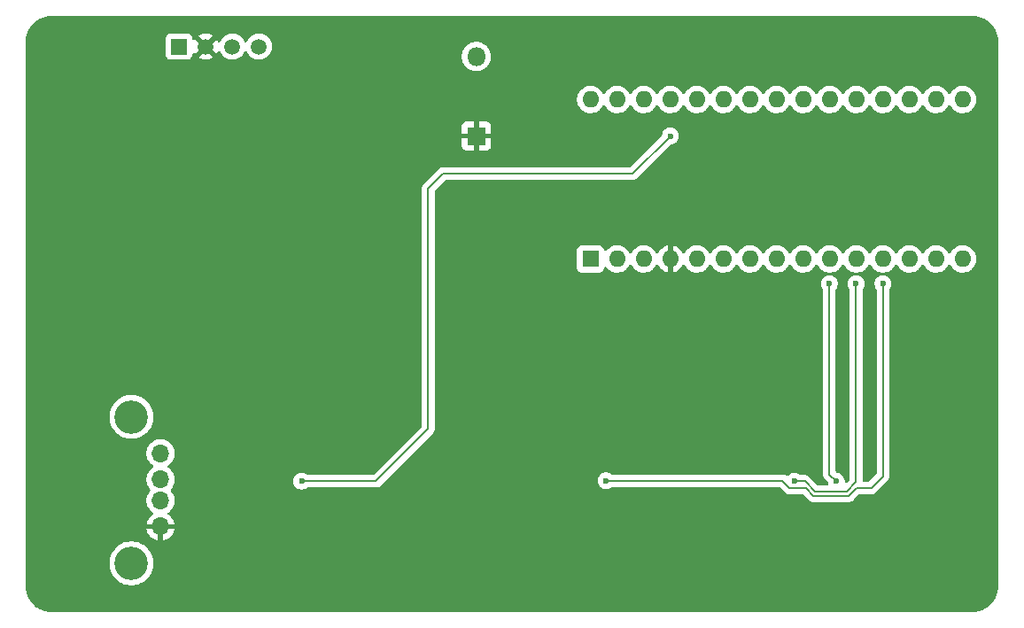
<source format=gbr>
%TF.GenerationSoftware,KiCad,Pcbnew,9.0.3*%
%TF.CreationDate,2025-11-28T22:49:03+09:00*%
%TF.ProjectId,SpeedJeck,53706565-644a-4656-936b-2e6b69636164,1*%
%TF.SameCoordinates,Original*%
%TF.FileFunction,Copper,L2,Bot*%
%TF.FilePolarity,Positive*%
%FSLAX46Y46*%
G04 Gerber Fmt 4.6, Leading zero omitted, Abs format (unit mm)*
G04 Created by KiCad (PCBNEW 9.0.3) date 2025-11-28 22:49:03*
%MOMM*%
%LPD*%
G01*
G04 APERTURE LIST*
%TA.AperFunction,ComponentPad*%
%ADD10R,1.508000X1.508000*%
%TD*%
%TA.AperFunction,ComponentPad*%
%ADD11C,1.508000*%
%TD*%
%TA.AperFunction,ComponentPad*%
%ADD12R,1.600000X1.600000*%
%TD*%
%TA.AperFunction,ComponentPad*%
%ADD13O,1.600000X1.600000*%
%TD*%
%TA.AperFunction,ComponentPad*%
%ADD14O,1.700000X1.700000*%
%TD*%
%TA.AperFunction,ComponentPad*%
%ADD15O,3.200000X3.200000*%
%TD*%
%TA.AperFunction,ComponentPad*%
%ADD16O,1.800000X1.800000*%
%TD*%
%TA.AperFunction,ComponentPad*%
%ADD17R,1.800000X1.800000*%
%TD*%
%TA.AperFunction,ViaPad*%
%ADD18C,0.600000*%
%TD*%
%TA.AperFunction,Conductor*%
%ADD19C,0.200000*%
%TD*%
G04 APERTURE END LIST*
D10*
%TO.P,U2,1,Vcc*%
%TO.N,+3.3V*%
X120190000Y-43450000D03*
D11*
%TO.P,U2,2,GND*%
%TO.N,GND*%
X122730000Y-43450000D03*
%TO.P,U2,3,SCK*%
%TO.N,A5*%
X125270000Y-43450000D03*
%TO.P,U2,4,SDA*%
%TO.N,A4*%
X127810000Y-43450000D03*
%TD*%
D12*
%TO.P,A1,1,D1/TX*%
%TO.N,unconnected-(A1-D1{slash}TX-Pad1)*%
X159512000Y-63754000D03*
D13*
%TO.P,A1,2,D0/RX*%
%TO.N,unconnected-(A1-D0{slash}RX-Pad2)*%
X162052000Y-63754000D03*
%TO.P,A1,3,~{RESET}*%
%TO.N,unconnected-(A1-~{RESET}-Pad3)*%
X164592000Y-63754000D03*
%TO.P,A1,4,GND*%
%TO.N,GND*%
X167132000Y-63754000D03*
%TO.P,A1,5,D2*%
%TO.N,D2*%
X169672000Y-63754000D03*
%TO.P,A1,6,D3*%
%TO.N,unconnected-(A1-D3-Pad6)*%
X172212000Y-63754000D03*
%TO.P,A1,7,D4*%
%TO.N,D4*%
X174752000Y-63754000D03*
%TO.P,A1,8,D5*%
%TO.N,D5*%
X177292000Y-63754000D03*
%TO.P,A1,9,D6*%
%TO.N,unconnected-(A1-D6-Pad9)*%
X179832000Y-63754000D03*
%TO.P,A1,10,D7*%
%TO.N,D7*%
X182372000Y-63754000D03*
%TO.P,A1,11,D8*%
%TO.N,D8*%
X184912000Y-63754000D03*
%TO.P,A1,12,D9*%
%TO.N,D9*%
X187452000Y-63754000D03*
%TO.P,A1,13,D10*%
%TO.N,D10*%
X189992000Y-63754000D03*
%TO.P,A1,14,D11*%
%TO.N,D11*%
X192532000Y-63754000D03*
%TO.P,A1,15,D12*%
%TO.N,D12*%
X195072000Y-63754000D03*
%TO.P,A1,16,D13*%
%TO.N,unconnected-(A1-D13-Pad16)*%
X195072000Y-48514000D03*
%TO.P,A1,17,3V3*%
%TO.N,unconnected-(A1-3V3-Pad17)*%
X192532000Y-48514000D03*
%TO.P,A1,18,AREF*%
%TO.N,unconnected-(A1-AREF-Pad18)*%
X189992000Y-48514000D03*
%TO.P,A1,19,A0*%
%TO.N,A0*%
X187452000Y-48514000D03*
%TO.P,A1,20,A1*%
%TO.N,A1*%
X184912000Y-48514000D03*
%TO.P,A1,21,A2*%
%TO.N,A2*%
X182372000Y-48514000D03*
%TO.P,A1,22,A3*%
%TO.N,unconnected-(A1-A3-Pad22)*%
X179832000Y-48514000D03*
%TO.P,A1,23,A4*%
%TO.N,A4*%
X177292000Y-48514000D03*
%TO.P,A1,24,A5*%
%TO.N,A5*%
X174752000Y-48514000D03*
%TO.P,A1,25,A6*%
%TO.N,unconnected-(A1-A6-Pad25)*%
X172212000Y-48514000D03*
%TO.P,A1,26,A7*%
%TO.N,unconnected-(A1-A7-Pad26)*%
X169672000Y-48514000D03*
%TO.P,A1,27,+5V*%
%TO.N,+3.3V*%
X167132000Y-48514000D03*
%TO.P,A1,28,~{RESET}*%
%TO.N,unconnected-(A1-~{RESET}-Pad28)*%
X164592000Y-48514000D03*
%TO.P,A1,29,GND*%
%TO.N,unconnected-(A1-GND-Pad29)*%
X162052000Y-48514000D03*
%TO.P,A1,30,VIN*%
%TO.N,unconnected-(A1-VIN-Pad30)*%
X159512000Y-48514000D03*
%TD*%
D14*
%TO.P,USB,1,VBUS*%
%TO.N,Net-(J1-VBUS)*%
X118407600Y-82331600D03*
%TO.P,USB,2,D-*%
%TO.N,/Data-*%
X118407600Y-84833500D03*
%TO.P,USB,3,D+*%
%TO.N,/Data+*%
X118407600Y-86832400D03*
%TO.P,USB,4,GND*%
%TO.N,GND*%
X118407600Y-89331800D03*
D15*
%TO.P,USB,5,Shield*%
%TO.N,unconnected-(J1-Shield-Pad5)_1*%
X115636400Y-92852200D03*
%TO.N,unconnected-(J1-Shield-Pad5)*%
X115636400Y-78851800D03*
%TD*%
D16*
%TO.P,BZ1,1,+*%
%TO.N,A2*%
X148600000Y-44400000D03*
D17*
%TO.P,BZ1,2,-*%
%TO.N,GND*%
X148600000Y-52000000D03*
%TD*%
D18*
%TO.N,GND*%
X197250000Y-78950000D03*
X179000000Y-79100000D03*
X161000000Y-79150000D03*
X167132000Y-66150000D03*
X131900000Y-87300000D03*
X197200000Y-94000000D03*
X161000000Y-94150000D03*
X179000000Y-94150000D03*
%TO.N,D8*%
X179000000Y-85000000D03*
X184900000Y-66100000D03*
%TO.N,D9*%
X161000000Y-84950000D03*
X187450000Y-66100000D03*
%TO.N,+3.3V*%
X167132000Y-52000000D03*
X131900000Y-85000000D03*
%TO.N,D7*%
X183000000Y-85000000D03*
X182350000Y-66100000D03*
%TD*%
D19*
%TO.N,D8*%
X184000000Y-86000000D02*
X181000000Y-86000000D01*
X184900000Y-66100000D02*
X184900000Y-85100000D01*
X180000000Y-85000000D02*
X179000000Y-85000000D01*
X184900000Y-85100000D02*
X184000000Y-86000000D01*
X181000000Y-86000000D02*
X180000000Y-85000000D01*
%TO.N,D9*%
X180082900Y-85650000D02*
X180833900Y-86401000D01*
X161000000Y-84950000D02*
X177850000Y-84950000D01*
X184917100Y-85650000D02*
X186350000Y-85650000D01*
X186350000Y-85650000D02*
X187450000Y-84550000D01*
X184166100Y-86401000D02*
X184917100Y-85650000D01*
X178550000Y-85650000D02*
X180082900Y-85650000D01*
X177850000Y-84950000D02*
X178550000Y-85650000D01*
X180833900Y-86401000D02*
X184166100Y-86401000D01*
X187450000Y-84550000D02*
X187450000Y-66100000D01*
%TO.N,+3.3V*%
X145400000Y-55600000D02*
X144000000Y-57000000D01*
X163532000Y-55600000D02*
X145400000Y-55600000D01*
X167132000Y-52000000D02*
X163532000Y-55600000D01*
X144000000Y-80000000D02*
X139000000Y-85000000D01*
X144000000Y-57000000D02*
X144000000Y-80000000D01*
X139000000Y-85000000D02*
X131900000Y-85000000D01*
%TO.N,D7*%
X182350000Y-84350000D02*
X183000000Y-85000000D01*
X182350000Y-66100000D02*
X182350000Y-84350000D01*
%TD*%
%TA.AperFunction,Conductor*%
%TO.N,GND*%
G36*
X196003736Y-40500726D02*
G01*
X196293796Y-40518271D01*
X196308659Y-40520076D01*
X196590798Y-40571780D01*
X196605335Y-40575363D01*
X196879172Y-40660695D01*
X196893163Y-40666000D01*
X197154743Y-40783727D01*
X197167989Y-40790680D01*
X197413465Y-40939075D01*
X197425776Y-40947573D01*
X197651573Y-41124473D01*
X197662781Y-41134403D01*
X197865596Y-41337218D01*
X197875526Y-41348426D01*
X197995481Y-41501538D01*
X198052422Y-41574217D01*
X198060928Y-41586540D01*
X198209316Y-41832004D01*
X198216275Y-41845263D01*
X198333997Y-42106831D01*
X198339306Y-42120832D01*
X198424635Y-42394663D01*
X198428219Y-42409201D01*
X198479923Y-42691340D01*
X198481728Y-42706205D01*
X198499274Y-42996263D01*
X198499500Y-43003750D01*
X198499500Y-94996249D01*
X198499274Y-95003736D01*
X198481728Y-95293794D01*
X198479923Y-95308659D01*
X198428219Y-95590798D01*
X198424635Y-95605336D01*
X198339306Y-95879167D01*
X198333997Y-95893168D01*
X198216275Y-96154736D01*
X198209316Y-96167995D01*
X198060928Y-96413459D01*
X198052422Y-96425782D01*
X197875526Y-96651573D01*
X197865596Y-96662781D01*
X197662781Y-96865596D01*
X197651573Y-96875526D01*
X197425782Y-97052422D01*
X197413459Y-97060928D01*
X197167995Y-97209316D01*
X197154736Y-97216275D01*
X196893168Y-97333997D01*
X196879167Y-97339306D01*
X196605336Y-97424635D01*
X196590798Y-97428219D01*
X196308659Y-97479923D01*
X196293794Y-97481728D01*
X196003736Y-97499274D01*
X195996249Y-97499500D01*
X108003750Y-97499500D01*
X107996263Y-97499274D01*
X107706204Y-97481728D01*
X107691339Y-97479923D01*
X107409201Y-97428219D01*
X107394663Y-97424635D01*
X107120824Y-97339304D01*
X107106826Y-97333995D01*
X106954095Y-97265256D01*
X106845268Y-97216277D01*
X106832010Y-97209319D01*
X106586540Y-97060928D01*
X106574217Y-97052422D01*
X106348426Y-96875525D01*
X106337218Y-96865595D01*
X106134403Y-96662781D01*
X106124473Y-96651573D01*
X105947573Y-96425776D01*
X105939071Y-96413458D01*
X105790680Y-96167987D01*
X105783722Y-96154730D01*
X105666000Y-95893163D01*
X105660698Y-95879182D01*
X105575363Y-95605334D01*
X105571780Y-95590797D01*
X105520076Y-95308659D01*
X105518271Y-95293794D01*
X105500726Y-95003736D01*
X105500500Y-94996249D01*
X105500500Y-92714532D01*
X113535900Y-92714532D01*
X113535900Y-92989867D01*
X113535901Y-92989884D01*
X113571838Y-93262855D01*
X113571839Y-93262860D01*
X113571840Y-93262866D01*
X113571841Y-93262868D01*
X113643104Y-93528830D01*
X113748475Y-93783217D01*
X113748480Y-93783228D01*
X113831261Y-93926607D01*
X113886151Y-94021679D01*
X113886153Y-94021682D01*
X113886154Y-94021683D01*
X114053770Y-94240126D01*
X114053776Y-94240133D01*
X114248466Y-94434823D01*
X114248472Y-94434828D01*
X114466921Y-94602449D01*
X114620178Y-94690932D01*
X114705371Y-94740119D01*
X114705376Y-94740121D01*
X114705379Y-94740123D01*
X114959768Y-94845495D01*
X115225734Y-94916760D01*
X115498726Y-94952700D01*
X115498733Y-94952700D01*
X115774067Y-94952700D01*
X115774074Y-94952700D01*
X116047066Y-94916760D01*
X116313032Y-94845495D01*
X116567421Y-94740123D01*
X116805879Y-94602449D01*
X117024328Y-94434828D01*
X117219028Y-94240128D01*
X117386649Y-94021679D01*
X117524323Y-93783221D01*
X117629695Y-93528832D01*
X117700960Y-93262866D01*
X117736900Y-92989874D01*
X117736900Y-92714526D01*
X117700960Y-92441534D01*
X117629695Y-92175568D01*
X117524323Y-91921179D01*
X117524321Y-91921176D01*
X117524319Y-91921171D01*
X117475132Y-91835978D01*
X117386649Y-91682721D01*
X117219028Y-91464272D01*
X117219023Y-91464266D01*
X117024333Y-91269576D01*
X117024326Y-91269570D01*
X116805883Y-91101954D01*
X116805882Y-91101953D01*
X116805879Y-91101951D01*
X116710807Y-91047061D01*
X116567428Y-90964280D01*
X116567417Y-90964275D01*
X116313030Y-90858904D01*
X116180049Y-90823272D01*
X116047066Y-90787640D01*
X116047060Y-90787639D01*
X116047055Y-90787638D01*
X115774084Y-90751701D01*
X115774079Y-90751700D01*
X115774074Y-90751700D01*
X115498726Y-90751700D01*
X115498720Y-90751700D01*
X115498715Y-90751701D01*
X115225744Y-90787638D01*
X115225737Y-90787639D01*
X115225734Y-90787640D01*
X115169525Y-90802700D01*
X114959769Y-90858904D01*
X114705382Y-90964275D01*
X114705371Y-90964280D01*
X114466916Y-91101954D01*
X114248473Y-91269570D01*
X114248466Y-91269576D01*
X114053776Y-91464266D01*
X114053770Y-91464273D01*
X113886154Y-91682716D01*
X113748480Y-91921171D01*
X113748475Y-91921182D01*
X113643104Y-92175569D01*
X113571841Y-92441531D01*
X113571838Y-92441544D01*
X113535901Y-92714515D01*
X113535900Y-92714532D01*
X105500500Y-92714532D01*
X105500500Y-82225313D01*
X117057100Y-82225313D01*
X117057100Y-82437886D01*
X117090353Y-82647839D01*
X117156044Y-82850014D01*
X117252551Y-83039420D01*
X117377490Y-83211386D01*
X117527809Y-83361705D01*
X117527814Y-83361709D01*
X117693700Y-83482232D01*
X117736366Y-83537562D01*
X117742345Y-83607175D01*
X117709740Y-83668970D01*
X117693700Y-83682868D01*
X117527814Y-83803390D01*
X117527809Y-83803394D01*
X117377490Y-83953713D01*
X117252551Y-84125679D01*
X117156044Y-84315085D01*
X117090353Y-84517260D01*
X117057100Y-84727213D01*
X117057100Y-84939786D01*
X117088586Y-85138584D01*
X117090354Y-85149743D01*
X117151782Y-85338799D01*
X117156044Y-85351914D01*
X117252551Y-85541320D01*
X117377490Y-85713286D01*
X117409473Y-85745269D01*
X117442958Y-85806592D01*
X117437974Y-85876284D01*
X117409473Y-85920631D01*
X117377494Y-85952609D01*
X117377490Y-85952613D01*
X117252551Y-86124579D01*
X117156044Y-86313985D01*
X117090353Y-86516160D01*
X117057100Y-86726113D01*
X117057100Y-86938687D01*
X117060567Y-86960576D01*
X117090353Y-87148639D01*
X117156044Y-87350814D01*
X117252551Y-87540220D01*
X117377490Y-87712186D01*
X117527809Y-87862505D01*
X117527814Y-87862509D01*
X117692405Y-87982091D01*
X117735071Y-88037421D01*
X117741050Y-88107034D01*
X117708445Y-88168829D01*
X117692405Y-88182727D01*
X117528140Y-88302072D01*
X117528135Y-88302076D01*
X117377876Y-88452335D01*
X117377872Y-88452340D01*
X117252979Y-88624242D01*
X117156504Y-88813582D01*
X117090842Y-89015670D01*
X117090842Y-89015673D01*
X117080369Y-89081800D01*
X117916852Y-89081800D01*
X117895082Y-89119508D01*
X117857600Y-89259391D01*
X117857600Y-89404209D01*
X117895082Y-89544092D01*
X117916852Y-89581800D01*
X117080369Y-89581800D01*
X117090842Y-89647926D01*
X117090842Y-89647929D01*
X117156504Y-89850017D01*
X117252979Y-90039357D01*
X117377872Y-90211259D01*
X117377876Y-90211264D01*
X117528135Y-90361523D01*
X117528140Y-90361527D01*
X117700042Y-90486420D01*
X117889382Y-90582895D01*
X118091471Y-90648557D01*
X118157600Y-90659031D01*
X118157600Y-89822547D01*
X118195308Y-89844318D01*
X118335191Y-89881800D01*
X118480009Y-89881800D01*
X118619892Y-89844318D01*
X118657600Y-89822547D01*
X118657600Y-90659030D01*
X118723726Y-90648557D01*
X118723729Y-90648557D01*
X118925817Y-90582895D01*
X119115157Y-90486420D01*
X119287059Y-90361527D01*
X119287064Y-90361523D01*
X119437323Y-90211264D01*
X119437327Y-90211259D01*
X119562220Y-90039357D01*
X119658695Y-89850017D01*
X119724357Y-89647929D01*
X119724357Y-89647926D01*
X119734831Y-89581800D01*
X118898348Y-89581800D01*
X118920118Y-89544092D01*
X118957600Y-89404209D01*
X118957600Y-89259391D01*
X118920118Y-89119508D01*
X118898348Y-89081800D01*
X119734831Y-89081800D01*
X119724357Y-89015673D01*
X119724357Y-89015670D01*
X119658695Y-88813582D01*
X119562220Y-88624242D01*
X119437327Y-88452340D01*
X119437323Y-88452335D01*
X119287064Y-88302076D01*
X119287059Y-88302072D01*
X119122794Y-88182727D01*
X119080128Y-88127397D01*
X119074149Y-88057784D01*
X119106754Y-87995989D01*
X119122793Y-87982091D01*
X119287392Y-87862504D01*
X119437704Y-87712192D01*
X119437706Y-87712188D01*
X119437709Y-87712186D01*
X119562648Y-87540220D01*
X119562647Y-87540220D01*
X119562651Y-87540216D01*
X119659157Y-87350812D01*
X119724846Y-87148643D01*
X119758100Y-86938687D01*
X119758100Y-86726113D01*
X119724846Y-86516157D01*
X119659157Y-86313988D01*
X119562651Y-86124584D01*
X119562649Y-86124581D01*
X119562648Y-86124579D01*
X119437709Y-85952613D01*
X119405727Y-85920631D01*
X119372242Y-85859308D01*
X119377226Y-85789616D01*
X119405727Y-85745269D01*
X119437704Y-85713292D01*
X119437706Y-85713288D01*
X119437709Y-85713286D01*
X119562648Y-85541320D01*
X119562647Y-85541320D01*
X119562651Y-85541316D01*
X119659157Y-85351912D01*
X119724846Y-85149743D01*
X119758100Y-84939787D01*
X119758100Y-84921153D01*
X131099500Y-84921153D01*
X131099500Y-85078846D01*
X131130261Y-85233489D01*
X131130264Y-85233501D01*
X131190602Y-85379172D01*
X131190609Y-85379185D01*
X131278210Y-85510288D01*
X131278213Y-85510292D01*
X131389707Y-85621786D01*
X131389711Y-85621789D01*
X131520814Y-85709390D01*
X131520827Y-85709397D01*
X131620060Y-85750500D01*
X131666503Y-85769737D01*
X131821153Y-85800499D01*
X131821156Y-85800500D01*
X131821158Y-85800500D01*
X131978844Y-85800500D01*
X131978845Y-85800499D01*
X132133497Y-85769737D01*
X132279179Y-85709394D01*
X132354005Y-85659397D01*
X132410875Y-85621398D01*
X132477553Y-85600520D01*
X132479766Y-85600500D01*
X138913331Y-85600500D01*
X138913347Y-85600501D01*
X138920943Y-85600501D01*
X139079054Y-85600501D01*
X139079057Y-85600501D01*
X139231785Y-85559577D01*
X139289136Y-85526465D01*
X139368716Y-85480520D01*
X139480520Y-85368716D01*
X139480520Y-85368714D01*
X139490724Y-85358511D01*
X139490728Y-85358506D01*
X139978081Y-84871153D01*
X160199500Y-84871153D01*
X160199500Y-85028846D01*
X160230261Y-85183489D01*
X160230264Y-85183501D01*
X160290602Y-85329172D01*
X160290609Y-85329185D01*
X160378210Y-85460288D01*
X160378213Y-85460292D01*
X160489707Y-85571786D01*
X160489711Y-85571789D01*
X160620814Y-85659390D01*
X160620827Y-85659397D01*
X160750929Y-85713286D01*
X160766503Y-85719737D01*
X160921153Y-85750499D01*
X160921156Y-85750500D01*
X160921158Y-85750500D01*
X161078844Y-85750500D01*
X161078845Y-85750499D01*
X161233497Y-85719737D01*
X161379179Y-85659394D01*
X161435459Y-85621789D01*
X161510875Y-85571398D01*
X161577553Y-85550520D01*
X161579766Y-85550500D01*
X177549903Y-85550500D01*
X177616942Y-85570185D01*
X177637584Y-85586819D01*
X178065139Y-86014374D01*
X178065149Y-86014385D01*
X178069479Y-86018715D01*
X178069480Y-86018716D01*
X178181284Y-86130520D01*
X178181286Y-86130521D01*
X178181290Y-86130524D01*
X178248306Y-86169215D01*
X178318216Y-86209577D01*
X178401098Y-86231785D01*
X178470942Y-86250500D01*
X178470943Y-86250500D01*
X179782803Y-86250500D01*
X179849842Y-86270185D01*
X179870484Y-86286819D01*
X180349039Y-86765374D01*
X180349049Y-86765385D01*
X180353379Y-86769715D01*
X180353380Y-86769716D01*
X180465184Y-86881520D01*
X180465186Y-86881521D01*
X180465190Y-86881524D01*
X180564199Y-86938686D01*
X180602116Y-86960577D01*
X180713919Y-86990534D01*
X180754842Y-87001500D01*
X180754843Y-87001500D01*
X184079431Y-87001500D01*
X184079447Y-87001501D01*
X184087043Y-87001501D01*
X184245154Y-87001501D01*
X184245157Y-87001501D01*
X184397885Y-86960577D01*
X184448004Y-86931639D01*
X184534816Y-86881520D01*
X184646620Y-86769716D01*
X184646620Y-86769714D01*
X184656828Y-86759507D01*
X184656829Y-86759504D01*
X185129516Y-86286819D01*
X185190839Y-86253334D01*
X185217197Y-86250500D01*
X186263331Y-86250500D01*
X186263347Y-86250501D01*
X186270943Y-86250501D01*
X186429054Y-86250501D01*
X186429057Y-86250501D01*
X186581785Y-86209577D01*
X186651692Y-86169216D01*
X186718716Y-86130520D01*
X186830520Y-86018716D01*
X186830520Y-86018714D01*
X186840724Y-86008511D01*
X186840728Y-86008506D01*
X187808506Y-85040728D01*
X187808511Y-85040724D01*
X187818714Y-85030520D01*
X187818716Y-85030520D01*
X187930520Y-84918716D01*
X187993139Y-84810256D01*
X188009577Y-84781785D01*
X188050501Y-84629057D01*
X188050501Y-84470943D01*
X188050501Y-84463348D01*
X188050500Y-84463330D01*
X188050500Y-66679765D01*
X188070185Y-66612726D01*
X188071398Y-66610874D01*
X188159390Y-66479185D01*
X188159390Y-66479184D01*
X188159394Y-66479179D01*
X188219737Y-66333497D01*
X188250500Y-66178842D01*
X188250500Y-66021158D01*
X188250500Y-66021155D01*
X188250499Y-66021153D01*
X188219738Y-65866510D01*
X188219737Y-65866503D01*
X188219735Y-65866498D01*
X188159397Y-65720827D01*
X188159390Y-65720814D01*
X188071789Y-65589711D01*
X188071786Y-65589707D01*
X187960292Y-65478213D01*
X187960288Y-65478210D01*
X187829185Y-65390609D01*
X187829172Y-65390602D01*
X187683501Y-65330264D01*
X187683489Y-65330261D01*
X187543911Y-65302497D01*
X187543908Y-65302496D01*
X187528842Y-65299500D01*
X187371158Y-65299500D01*
X187356327Y-65302450D01*
X187356318Y-65302450D01*
X187216508Y-65330261D01*
X187216498Y-65330264D01*
X187070827Y-65390602D01*
X187070814Y-65390609D01*
X186939711Y-65478210D01*
X186939707Y-65478213D01*
X186828213Y-65589707D01*
X186828210Y-65589711D01*
X186740609Y-65720814D01*
X186740602Y-65720827D01*
X186680264Y-65866498D01*
X186680261Y-65866510D01*
X186649500Y-66021153D01*
X186649500Y-66178846D01*
X186680261Y-66333489D01*
X186680264Y-66333501D01*
X186740602Y-66479172D01*
X186740609Y-66479185D01*
X186828602Y-66610874D01*
X186849480Y-66677551D01*
X186849500Y-66679765D01*
X186849500Y-84249903D01*
X186829815Y-84316942D01*
X186813181Y-84337584D01*
X186137584Y-85013181D01*
X186076261Y-85046666D01*
X186049903Y-85049500D01*
X185624500Y-85049500D01*
X185557461Y-85029815D01*
X185511706Y-84977011D01*
X185500500Y-84925500D01*
X185500500Y-66679765D01*
X185520185Y-66612726D01*
X185521398Y-66610874D01*
X185609390Y-66479185D01*
X185609390Y-66479184D01*
X185609394Y-66479179D01*
X185669737Y-66333497D01*
X185700500Y-66178842D01*
X185700500Y-66021158D01*
X185700500Y-66021155D01*
X185700499Y-66021153D01*
X185669738Y-65866510D01*
X185669737Y-65866503D01*
X185669735Y-65866498D01*
X185609397Y-65720827D01*
X185609390Y-65720814D01*
X185521789Y-65589711D01*
X185521786Y-65589707D01*
X185410292Y-65478213D01*
X185410288Y-65478210D01*
X185279185Y-65390609D01*
X185279172Y-65390602D01*
X185133501Y-65330264D01*
X185133489Y-65330261D01*
X184993743Y-65302463D01*
X184993737Y-65302462D01*
X184978842Y-65299500D01*
X184821158Y-65299500D01*
X184808996Y-65301919D01*
X184808990Y-65301919D01*
X184666508Y-65330261D01*
X184666498Y-65330264D01*
X184520827Y-65390602D01*
X184520814Y-65390609D01*
X184389711Y-65478210D01*
X184389707Y-65478213D01*
X184278213Y-65589707D01*
X184278210Y-65589711D01*
X184190609Y-65720814D01*
X184190602Y-65720827D01*
X184130264Y-65866498D01*
X184130261Y-65866510D01*
X184099500Y-66021153D01*
X184099500Y-66178846D01*
X184130261Y-66333489D01*
X184130264Y-66333501D01*
X184190602Y-66479172D01*
X184190609Y-66479185D01*
X184278602Y-66610874D01*
X184299480Y-66677551D01*
X184299500Y-66679765D01*
X184299500Y-84799903D01*
X184279815Y-84866942D01*
X184263181Y-84887584D01*
X184012181Y-85138584D01*
X183950858Y-85172069D01*
X183881166Y-85167085D01*
X183825233Y-85125213D01*
X183800816Y-85059749D01*
X183800500Y-85050903D01*
X183800500Y-84921155D01*
X183800499Y-84921153D01*
X183778439Y-84810253D01*
X183769737Y-84766503D01*
X183749940Y-84718709D01*
X183709397Y-84620827D01*
X183709390Y-84620814D01*
X183621789Y-84489711D01*
X183621786Y-84489707D01*
X183510292Y-84378213D01*
X183510288Y-84378210D01*
X183379185Y-84290609D01*
X183379172Y-84290602D01*
X183233501Y-84230264D01*
X183233491Y-84230261D01*
X183078149Y-84199361D01*
X183061392Y-84190595D01*
X183042914Y-84186576D01*
X183017877Y-84167833D01*
X183016238Y-84166976D01*
X183014660Y-84165425D01*
X182986819Y-84137584D01*
X182953334Y-84076261D01*
X182950500Y-84049903D01*
X182950500Y-66679765D01*
X182970185Y-66612726D01*
X182971398Y-66610874D01*
X183059390Y-66479185D01*
X183059390Y-66479184D01*
X183059394Y-66479179D01*
X183119737Y-66333497D01*
X183150500Y-66178842D01*
X183150500Y-66021158D01*
X183150500Y-66021155D01*
X183150499Y-66021153D01*
X183119738Y-65866510D01*
X183119737Y-65866503D01*
X183119735Y-65866498D01*
X183059397Y-65720827D01*
X183059390Y-65720814D01*
X182971789Y-65589711D01*
X182971786Y-65589707D01*
X182860292Y-65478213D01*
X182860288Y-65478210D01*
X182729185Y-65390609D01*
X182729172Y-65390602D01*
X182583501Y-65330264D01*
X182583489Y-65330261D01*
X182443503Y-65302415D01*
X182443496Y-65302414D01*
X182428842Y-65299500D01*
X182271158Y-65299500D01*
X182262762Y-65301170D01*
X182262756Y-65301170D01*
X182116508Y-65330261D01*
X182116498Y-65330264D01*
X181970827Y-65390602D01*
X181970814Y-65390609D01*
X181839711Y-65478210D01*
X181839707Y-65478213D01*
X181728213Y-65589707D01*
X181728210Y-65589711D01*
X181640609Y-65720814D01*
X181640602Y-65720827D01*
X181580264Y-65866498D01*
X181580261Y-65866510D01*
X181549500Y-66021153D01*
X181549500Y-66178846D01*
X181580261Y-66333489D01*
X181580264Y-66333501D01*
X181640602Y-66479172D01*
X181640609Y-66479185D01*
X181728602Y-66610874D01*
X181749480Y-66677551D01*
X181749500Y-66679765D01*
X181749500Y-84263330D01*
X181749499Y-84263348D01*
X181749499Y-84429054D01*
X181749498Y-84429054D01*
X181790424Y-84581789D01*
X181790425Y-84581790D01*
X181812186Y-84619480D01*
X181812187Y-84619482D01*
X181869475Y-84718709D01*
X181869481Y-84718717D01*
X181988349Y-84837585D01*
X181988355Y-84837590D01*
X182165425Y-85014660D01*
X182174284Y-85030885D01*
X182187216Y-85044101D01*
X182197982Y-85074284D01*
X182198910Y-85075983D01*
X182199190Y-85077302D01*
X182199500Y-85078805D01*
X182199500Y-85078842D01*
X182230263Y-85233497D01*
X182232513Y-85238930D01*
X182234891Y-85250461D01*
X182232954Y-85273940D01*
X182235503Y-85297359D01*
X182230136Y-85308113D01*
X182229149Y-85320094D01*
X182214825Y-85338799D01*
X182204309Y-85359878D01*
X182193980Y-85366024D01*
X182186672Y-85375569D01*
X182164508Y-85383562D01*
X182144266Y-85395608D01*
X182124018Y-85398164D01*
X182120946Y-85399273D01*
X182118918Y-85398808D01*
X182113445Y-85399500D01*
X181300098Y-85399500D01*
X181233059Y-85379815D01*
X181212417Y-85363181D01*
X180487590Y-84638355D01*
X180487588Y-84638352D01*
X180368717Y-84519481D01*
X180368709Y-84519475D01*
X180239235Y-84444724D01*
X180239231Y-84444722D01*
X180231785Y-84440423D01*
X180079057Y-84399499D01*
X179920943Y-84399499D01*
X179913347Y-84399499D01*
X179913331Y-84399500D01*
X179579766Y-84399500D01*
X179512727Y-84379815D01*
X179510875Y-84378602D01*
X179379185Y-84290609D01*
X179379172Y-84290602D01*
X179233501Y-84230264D01*
X179233489Y-84230261D01*
X179078845Y-84199500D01*
X179078842Y-84199500D01*
X178921158Y-84199500D01*
X178921155Y-84199500D01*
X178766510Y-84230261D01*
X178766498Y-84230264D01*
X178620827Y-84290602D01*
X178620814Y-84290609D01*
X178489711Y-84378210D01*
X178396259Y-84471662D01*
X178334935Y-84505146D01*
X178265244Y-84500162D01*
X178242637Y-84488993D01*
X178230789Y-84481553D01*
X178218716Y-84469480D01*
X178131904Y-84419360D01*
X178081785Y-84390423D01*
X177929057Y-84349499D01*
X177770943Y-84349499D01*
X177763347Y-84349499D01*
X177763331Y-84349500D01*
X161579766Y-84349500D01*
X161512727Y-84329815D01*
X161510875Y-84328602D01*
X161379185Y-84240609D01*
X161379172Y-84240602D01*
X161233501Y-84180264D01*
X161233489Y-84180261D01*
X161078845Y-84149500D01*
X161078842Y-84149500D01*
X160921158Y-84149500D01*
X160921155Y-84149500D01*
X160766510Y-84180261D01*
X160766498Y-84180264D01*
X160620827Y-84240602D01*
X160620814Y-84240609D01*
X160489711Y-84328210D01*
X160489707Y-84328213D01*
X160378213Y-84439707D01*
X160378210Y-84439711D01*
X160290609Y-84570814D01*
X160290602Y-84570827D01*
X160230264Y-84716498D01*
X160230261Y-84716510D01*
X160199500Y-84871153D01*
X139978081Y-84871153D01*
X144358506Y-80490728D01*
X144358511Y-80490724D01*
X144368714Y-80480520D01*
X144368716Y-80480520D01*
X144480520Y-80368716D01*
X144554991Y-80239728D01*
X144559577Y-80231785D01*
X144600501Y-80079057D01*
X144600501Y-79920943D01*
X144600501Y-79913348D01*
X144600500Y-79913330D01*
X144600500Y-62906135D01*
X158211500Y-62906135D01*
X158211500Y-64601870D01*
X158211501Y-64601876D01*
X158217908Y-64661483D01*
X158268202Y-64796328D01*
X158268206Y-64796335D01*
X158354452Y-64911544D01*
X158354455Y-64911547D01*
X158469664Y-64997793D01*
X158469671Y-64997797D01*
X158604517Y-65048091D01*
X158604516Y-65048091D01*
X158611444Y-65048835D01*
X158664127Y-65054500D01*
X160359872Y-65054499D01*
X160419483Y-65048091D01*
X160554331Y-64997796D01*
X160669546Y-64911546D01*
X160755796Y-64796331D01*
X160806091Y-64661483D01*
X160810061Y-64624556D01*
X160836796Y-64560011D01*
X160894188Y-64520161D01*
X160964013Y-64517666D01*
X161024102Y-64553317D01*
X161033667Y-64564929D01*
X161060032Y-64601217D01*
X161204786Y-64745971D01*
X161359749Y-64858556D01*
X161370390Y-64866287D01*
X161459212Y-64911544D01*
X161552776Y-64959218D01*
X161552778Y-64959218D01*
X161552781Y-64959220D01*
X161657137Y-64993127D01*
X161747465Y-65022477D01*
X161848557Y-65038488D01*
X161949648Y-65054500D01*
X161949649Y-65054500D01*
X162154351Y-65054500D01*
X162154352Y-65054500D01*
X162356534Y-65022477D01*
X162551219Y-64959220D01*
X162733610Y-64866287D01*
X162829901Y-64796328D01*
X162899213Y-64745971D01*
X162899215Y-64745968D01*
X162899219Y-64745966D01*
X163043966Y-64601219D01*
X163043968Y-64601215D01*
X163043971Y-64601213D01*
X163164284Y-64435614D01*
X163164286Y-64435611D01*
X163164287Y-64435610D01*
X163211516Y-64342917D01*
X163259489Y-64292123D01*
X163327310Y-64275328D01*
X163393445Y-64297865D01*
X163432485Y-64342919D01*
X163479715Y-64435614D01*
X163600028Y-64601213D01*
X163744786Y-64745971D01*
X163899749Y-64858556D01*
X163910390Y-64866287D01*
X163999212Y-64911544D01*
X164092776Y-64959218D01*
X164092778Y-64959218D01*
X164092781Y-64959220D01*
X164197137Y-64993127D01*
X164287465Y-65022477D01*
X164388557Y-65038488D01*
X164489648Y-65054500D01*
X164489649Y-65054500D01*
X164694351Y-65054500D01*
X164694352Y-65054500D01*
X164896534Y-65022477D01*
X165091219Y-64959220D01*
X165273610Y-64866287D01*
X165369901Y-64796328D01*
X165439213Y-64745971D01*
X165439215Y-64745968D01*
X165439219Y-64745966D01*
X165583966Y-64601219D01*
X165583968Y-64601215D01*
X165583971Y-64601213D01*
X165704284Y-64435614D01*
X165704286Y-64435611D01*
X165704287Y-64435610D01*
X165751795Y-64342369D01*
X165799770Y-64291574D01*
X165867591Y-64274779D01*
X165933725Y-64297316D01*
X165972765Y-64342370D01*
X166020140Y-64435349D01*
X166140417Y-64600894D01*
X166140417Y-64600895D01*
X166285104Y-64745582D01*
X166450650Y-64865859D01*
X166632968Y-64958754D01*
X166827578Y-65021988D01*
X166882000Y-65030607D01*
X166882000Y-64187012D01*
X166939007Y-64219925D01*
X167066174Y-64254000D01*
X167197826Y-64254000D01*
X167324993Y-64219925D01*
X167382000Y-64187012D01*
X167382000Y-65030606D01*
X167436421Y-65021988D01*
X167631031Y-64958754D01*
X167813349Y-64865859D01*
X167978894Y-64745582D01*
X167978895Y-64745582D01*
X168123582Y-64600895D01*
X168123582Y-64600894D01*
X168243861Y-64435347D01*
X168291234Y-64342371D01*
X168339208Y-64291575D01*
X168407028Y-64274779D01*
X168473164Y-64297316D01*
X168512203Y-64342369D01*
X168559713Y-64435611D01*
X168680028Y-64601213D01*
X168824786Y-64745971D01*
X168979749Y-64858556D01*
X168990390Y-64866287D01*
X169079212Y-64911544D01*
X169172776Y-64959218D01*
X169172778Y-64959218D01*
X169172781Y-64959220D01*
X169277137Y-64993127D01*
X169367465Y-65022477D01*
X169468557Y-65038488D01*
X169569648Y-65054500D01*
X169569649Y-65054500D01*
X169774351Y-65054500D01*
X169774352Y-65054500D01*
X169976534Y-65022477D01*
X170171219Y-64959220D01*
X170353610Y-64866287D01*
X170449901Y-64796328D01*
X170519213Y-64745971D01*
X170519215Y-64745968D01*
X170519219Y-64745966D01*
X170663966Y-64601219D01*
X170663968Y-64601215D01*
X170663971Y-64601213D01*
X170784284Y-64435614D01*
X170784286Y-64435611D01*
X170784287Y-64435610D01*
X170831516Y-64342917D01*
X170879489Y-64292123D01*
X170947310Y-64275328D01*
X171013445Y-64297865D01*
X171052485Y-64342919D01*
X171099715Y-64435614D01*
X171220028Y-64601213D01*
X171364786Y-64745971D01*
X171519749Y-64858556D01*
X171530390Y-64866287D01*
X171619212Y-64911544D01*
X171712776Y-64959218D01*
X171712778Y-64959218D01*
X171712781Y-64959220D01*
X171817137Y-64993127D01*
X171907465Y-65022477D01*
X172008557Y-65038488D01*
X172109648Y-65054500D01*
X172109649Y-65054500D01*
X172314351Y-65054500D01*
X172314352Y-65054500D01*
X172516534Y-65022477D01*
X172711219Y-64959220D01*
X172893610Y-64866287D01*
X172989901Y-64796328D01*
X173059213Y-64745971D01*
X173059215Y-64745968D01*
X173059219Y-64745966D01*
X173203966Y-64601219D01*
X173203968Y-64601215D01*
X173203971Y-64601213D01*
X173324284Y-64435614D01*
X173324286Y-64435611D01*
X173324287Y-64435610D01*
X173371516Y-64342917D01*
X173419489Y-64292123D01*
X173487310Y-64275328D01*
X173553445Y-64297865D01*
X173592485Y-64342919D01*
X173639715Y-64435614D01*
X173760028Y-64601213D01*
X173904786Y-64745971D01*
X174059749Y-64858556D01*
X174070390Y-64866287D01*
X174159212Y-64911544D01*
X174252776Y-64959218D01*
X174252778Y-64959218D01*
X174252781Y-64959220D01*
X174357137Y-64993127D01*
X174447465Y-65022477D01*
X174548557Y-65038488D01*
X174649648Y-65054500D01*
X174649649Y-65054500D01*
X174854351Y-65054500D01*
X174854352Y-65054500D01*
X175056534Y-65022477D01*
X175251219Y-64959220D01*
X175433610Y-64866287D01*
X175529901Y-64796328D01*
X175599213Y-64745971D01*
X175599215Y-64745968D01*
X175599219Y-64745966D01*
X175743966Y-64601219D01*
X175743968Y-64601215D01*
X175743971Y-64601213D01*
X175864284Y-64435614D01*
X175864286Y-64435611D01*
X175864287Y-64435610D01*
X175911516Y-64342917D01*
X175959489Y-64292123D01*
X176027310Y-64275328D01*
X176093445Y-64297865D01*
X176132485Y-64342919D01*
X176179715Y-64435614D01*
X176300028Y-64601213D01*
X176444786Y-64745971D01*
X176599749Y-64858556D01*
X176610390Y-64866287D01*
X176699212Y-64911544D01*
X176792776Y-64959218D01*
X176792778Y-64959218D01*
X176792781Y-64959220D01*
X176897137Y-64993127D01*
X176987465Y-65022477D01*
X177088557Y-65038488D01*
X177189648Y-65054500D01*
X177189649Y-65054500D01*
X177394351Y-65054500D01*
X177394352Y-65054500D01*
X177596534Y-65022477D01*
X177791219Y-64959220D01*
X177973610Y-64866287D01*
X178069901Y-64796328D01*
X178139213Y-64745971D01*
X178139215Y-64745968D01*
X178139219Y-64745966D01*
X178283966Y-64601219D01*
X178283968Y-64601215D01*
X178283971Y-64601213D01*
X178404284Y-64435614D01*
X178404286Y-64435611D01*
X178404287Y-64435610D01*
X178451516Y-64342917D01*
X178499489Y-64292123D01*
X178567310Y-64275328D01*
X178633445Y-64297865D01*
X178672485Y-64342919D01*
X178719715Y-64435614D01*
X178840028Y-64601213D01*
X178984786Y-64745971D01*
X179139749Y-64858556D01*
X179150390Y-64866287D01*
X179239212Y-64911544D01*
X179332776Y-64959218D01*
X179332778Y-64959218D01*
X179332781Y-64959220D01*
X179437137Y-64993127D01*
X179527465Y-65022477D01*
X179628557Y-65038488D01*
X179729648Y-65054500D01*
X179729649Y-65054500D01*
X179934351Y-65054500D01*
X179934352Y-65054500D01*
X180136534Y-65022477D01*
X180331219Y-64959220D01*
X180513610Y-64866287D01*
X180609901Y-64796328D01*
X180679213Y-64745971D01*
X180679215Y-64745968D01*
X180679219Y-64745966D01*
X180823966Y-64601219D01*
X180823968Y-64601215D01*
X180823971Y-64601213D01*
X180944284Y-64435614D01*
X180944286Y-64435611D01*
X180944287Y-64435610D01*
X180991516Y-64342917D01*
X181039489Y-64292123D01*
X181107310Y-64275328D01*
X181173445Y-64297865D01*
X181212485Y-64342919D01*
X181259715Y-64435614D01*
X181380028Y-64601213D01*
X181524786Y-64745971D01*
X181679749Y-64858556D01*
X181690390Y-64866287D01*
X181779212Y-64911544D01*
X181872776Y-64959218D01*
X181872778Y-64959218D01*
X181872781Y-64959220D01*
X182067466Y-65022477D01*
X182269648Y-65054500D01*
X182456558Y-65054500D01*
X182474351Y-65054500D01*
X182474352Y-65054500D01*
X182676534Y-65022477D01*
X182871219Y-64959220D01*
X183053610Y-64866287D01*
X183149901Y-64796328D01*
X183219213Y-64745971D01*
X183219215Y-64745968D01*
X183219219Y-64745966D01*
X183363966Y-64601219D01*
X183363968Y-64601215D01*
X183363971Y-64601213D01*
X183484284Y-64435614D01*
X183484286Y-64435611D01*
X183484287Y-64435610D01*
X183531516Y-64342917D01*
X183579489Y-64292123D01*
X183647310Y-64275328D01*
X183713445Y-64297865D01*
X183752485Y-64342919D01*
X183799715Y-64435614D01*
X183920028Y-64601213D01*
X184064786Y-64745971D01*
X184219749Y-64858556D01*
X184230390Y-64866287D01*
X184319212Y-64911544D01*
X184412776Y-64959218D01*
X184412778Y-64959218D01*
X184412781Y-64959220D01*
X184517137Y-64993127D01*
X184607465Y-65022477D01*
X184658796Y-65030607D01*
X184809648Y-65054500D01*
X185006163Y-65054500D01*
X185014351Y-65054500D01*
X185014352Y-65054500D01*
X185216534Y-65022477D01*
X185411219Y-64959220D01*
X185593610Y-64866287D01*
X185689901Y-64796328D01*
X185759213Y-64745971D01*
X185759215Y-64745968D01*
X185759219Y-64745966D01*
X185903966Y-64601219D01*
X185903968Y-64601215D01*
X185903971Y-64601213D01*
X186024284Y-64435614D01*
X186024286Y-64435611D01*
X186024287Y-64435610D01*
X186071516Y-64342917D01*
X186119489Y-64292123D01*
X186187310Y-64275328D01*
X186253445Y-64297865D01*
X186292485Y-64342919D01*
X186339715Y-64435614D01*
X186460028Y-64601213D01*
X186604786Y-64745971D01*
X186759749Y-64858556D01*
X186770390Y-64866287D01*
X186859212Y-64911544D01*
X186952776Y-64959218D01*
X186952778Y-64959218D01*
X186952781Y-64959220D01*
X187057137Y-64993127D01*
X187147465Y-65022477D01*
X187198796Y-65030607D01*
X187349648Y-65054500D01*
X187554352Y-65054500D01*
X187756534Y-65022477D01*
X187951219Y-64959220D01*
X188133610Y-64866287D01*
X188229901Y-64796328D01*
X188299213Y-64745971D01*
X188299215Y-64745968D01*
X188299219Y-64745966D01*
X188443966Y-64601219D01*
X188443968Y-64601215D01*
X188443971Y-64601213D01*
X188564284Y-64435614D01*
X188564286Y-64435611D01*
X188564287Y-64435610D01*
X188611516Y-64342917D01*
X188659489Y-64292123D01*
X188727310Y-64275328D01*
X188793445Y-64297865D01*
X188832485Y-64342919D01*
X188879715Y-64435614D01*
X189000028Y-64601213D01*
X189144786Y-64745971D01*
X189299749Y-64858556D01*
X189310390Y-64866287D01*
X189399212Y-64911544D01*
X189492776Y-64959218D01*
X189492778Y-64959218D01*
X189492781Y-64959220D01*
X189597137Y-64993127D01*
X189687465Y-65022477D01*
X189788557Y-65038488D01*
X189889648Y-65054500D01*
X189889649Y-65054500D01*
X190094351Y-65054500D01*
X190094352Y-65054500D01*
X190296534Y-65022477D01*
X190491219Y-64959220D01*
X190673610Y-64866287D01*
X190769901Y-64796328D01*
X190839213Y-64745971D01*
X190839215Y-64745968D01*
X190839219Y-64745966D01*
X190983966Y-64601219D01*
X190983968Y-64601215D01*
X190983971Y-64601213D01*
X191104284Y-64435614D01*
X191104286Y-64435611D01*
X191104287Y-64435610D01*
X191151516Y-64342917D01*
X191199489Y-64292123D01*
X191267310Y-64275328D01*
X191333445Y-64297865D01*
X191372485Y-64342919D01*
X191419715Y-64435614D01*
X191540028Y-64601213D01*
X191684786Y-64745971D01*
X191839749Y-64858556D01*
X191850390Y-64866287D01*
X191939212Y-64911544D01*
X192032776Y-64959218D01*
X192032778Y-64959218D01*
X192032781Y-64959220D01*
X192137137Y-64993127D01*
X192227465Y-65022477D01*
X192328557Y-65038488D01*
X192429648Y-65054500D01*
X192429649Y-65054500D01*
X192634351Y-65054500D01*
X192634352Y-65054500D01*
X192836534Y-65022477D01*
X193031219Y-64959220D01*
X193213610Y-64866287D01*
X193309901Y-64796328D01*
X193379213Y-64745971D01*
X193379215Y-64745968D01*
X193379219Y-64745966D01*
X193523966Y-64601219D01*
X193523968Y-64601215D01*
X193523971Y-64601213D01*
X193644284Y-64435614D01*
X193644286Y-64435611D01*
X193644287Y-64435610D01*
X193691516Y-64342917D01*
X193739489Y-64292123D01*
X193807310Y-64275328D01*
X193873445Y-64297865D01*
X193912485Y-64342919D01*
X193959715Y-64435614D01*
X194080028Y-64601213D01*
X194224786Y-64745971D01*
X194379749Y-64858556D01*
X194390390Y-64866287D01*
X194479212Y-64911544D01*
X194572776Y-64959218D01*
X194572778Y-64959218D01*
X194572781Y-64959220D01*
X194677137Y-64993127D01*
X194767465Y-65022477D01*
X194868557Y-65038488D01*
X194969648Y-65054500D01*
X194969649Y-65054500D01*
X195174351Y-65054500D01*
X195174352Y-65054500D01*
X195376534Y-65022477D01*
X195571219Y-64959220D01*
X195753610Y-64866287D01*
X195849901Y-64796328D01*
X195919213Y-64745971D01*
X195919215Y-64745968D01*
X195919219Y-64745966D01*
X196063966Y-64601219D01*
X196063968Y-64601215D01*
X196063971Y-64601213D01*
X196124670Y-64517666D01*
X196184287Y-64435610D01*
X196277220Y-64253219D01*
X196340477Y-64058534D01*
X196372500Y-63856352D01*
X196372500Y-63651648D01*
X196340477Y-63449466D01*
X196339673Y-63446993D01*
X196277218Y-63254776D01*
X196184419Y-63072650D01*
X196184287Y-63072390D01*
X196176556Y-63061749D01*
X196063971Y-62906786D01*
X195919213Y-62762028D01*
X195753613Y-62641715D01*
X195753612Y-62641714D01*
X195753610Y-62641713D01*
X195696653Y-62612691D01*
X195571223Y-62548781D01*
X195376534Y-62485522D01*
X195201995Y-62457878D01*
X195174352Y-62453500D01*
X194969648Y-62453500D01*
X194945329Y-62457351D01*
X194767465Y-62485522D01*
X194572776Y-62548781D01*
X194390386Y-62641715D01*
X194224786Y-62762028D01*
X194080028Y-62906786D01*
X193959715Y-63072386D01*
X193912485Y-63165080D01*
X193864510Y-63215876D01*
X193796689Y-63232671D01*
X193730554Y-63210134D01*
X193691515Y-63165080D01*
X193644419Y-63072650D01*
X193644287Y-63072390D01*
X193636556Y-63061749D01*
X193523971Y-62906786D01*
X193379213Y-62762028D01*
X193213613Y-62641715D01*
X193213612Y-62641714D01*
X193213610Y-62641713D01*
X193156653Y-62612691D01*
X193031223Y-62548781D01*
X192836534Y-62485522D01*
X192661995Y-62457878D01*
X192634352Y-62453500D01*
X192429648Y-62453500D01*
X192405329Y-62457351D01*
X192227465Y-62485522D01*
X192032776Y-62548781D01*
X191850386Y-62641715D01*
X191684786Y-62762028D01*
X191540028Y-62906786D01*
X191419715Y-63072386D01*
X191372485Y-63165080D01*
X191324510Y-63215876D01*
X191256689Y-63232671D01*
X191190554Y-63210134D01*
X191151515Y-63165080D01*
X191104419Y-63072650D01*
X191104287Y-63072390D01*
X191096556Y-63061749D01*
X190983971Y-62906786D01*
X190839213Y-62762028D01*
X190673613Y-62641715D01*
X190673612Y-62641714D01*
X190673610Y-62641713D01*
X190616653Y-62612691D01*
X190491223Y-62548781D01*
X190296534Y-62485522D01*
X190121995Y-62457878D01*
X190094352Y-62453500D01*
X189889648Y-62453500D01*
X189865329Y-62457351D01*
X189687465Y-62485522D01*
X189492776Y-62548781D01*
X189310386Y-62641715D01*
X189144786Y-62762028D01*
X189000028Y-62906786D01*
X188879715Y-63072386D01*
X188832485Y-63165080D01*
X188784510Y-63215876D01*
X188716689Y-63232671D01*
X188650554Y-63210134D01*
X188611515Y-63165080D01*
X188564419Y-63072650D01*
X188564287Y-63072390D01*
X188556556Y-63061749D01*
X188443971Y-62906786D01*
X188299213Y-62762028D01*
X188133613Y-62641715D01*
X188133612Y-62641714D01*
X188133610Y-62641713D01*
X188076653Y-62612691D01*
X187951223Y-62548781D01*
X187756534Y-62485522D01*
X187581995Y-62457878D01*
X187554352Y-62453500D01*
X187349648Y-62453500D01*
X187325329Y-62457351D01*
X187147465Y-62485522D01*
X186952776Y-62548781D01*
X186770386Y-62641715D01*
X186604786Y-62762028D01*
X186460028Y-62906786D01*
X186339715Y-63072386D01*
X186292485Y-63165080D01*
X186244510Y-63215876D01*
X186176689Y-63232671D01*
X186110554Y-63210134D01*
X186071515Y-63165080D01*
X186024419Y-63072650D01*
X186024287Y-63072390D01*
X186016556Y-63061749D01*
X185903971Y-62906786D01*
X185759213Y-62762028D01*
X185593613Y-62641715D01*
X185593612Y-62641714D01*
X185593610Y-62641713D01*
X185536653Y-62612691D01*
X185411223Y-62548781D01*
X185216534Y-62485522D01*
X185041995Y-62457878D01*
X185014352Y-62453500D01*
X184809648Y-62453500D01*
X184785329Y-62457351D01*
X184607465Y-62485522D01*
X184412776Y-62548781D01*
X184230386Y-62641715D01*
X184064786Y-62762028D01*
X183920028Y-62906786D01*
X183799715Y-63072386D01*
X183752485Y-63165080D01*
X183704510Y-63215876D01*
X183636689Y-63232671D01*
X183570554Y-63210134D01*
X183531515Y-63165080D01*
X183484419Y-63072650D01*
X183484287Y-63072390D01*
X183476556Y-63061749D01*
X183363971Y-62906786D01*
X183219213Y-62762028D01*
X183053613Y-62641715D01*
X183053612Y-62641714D01*
X183053610Y-62641713D01*
X182996653Y-62612691D01*
X182871223Y-62548781D01*
X182676534Y-62485522D01*
X182501995Y-62457878D01*
X182474352Y-62453500D01*
X182269648Y-62453500D01*
X182245329Y-62457351D01*
X182067465Y-62485522D01*
X181872776Y-62548781D01*
X181690386Y-62641715D01*
X181524786Y-62762028D01*
X181380028Y-62906786D01*
X181259715Y-63072386D01*
X181212485Y-63165080D01*
X181164510Y-63215876D01*
X181096689Y-63232671D01*
X181030554Y-63210134D01*
X180991515Y-63165080D01*
X180944419Y-63072650D01*
X180944287Y-63072390D01*
X180936556Y-63061749D01*
X180823971Y-62906786D01*
X180679213Y-62762028D01*
X180513613Y-62641715D01*
X180513612Y-62641714D01*
X180513610Y-62641713D01*
X180456653Y-62612691D01*
X180331223Y-62548781D01*
X180136534Y-62485522D01*
X179961995Y-62457878D01*
X179934352Y-62453500D01*
X179729648Y-62453500D01*
X179705329Y-62457351D01*
X179527465Y-62485522D01*
X179332776Y-62548781D01*
X179150386Y-62641715D01*
X178984786Y-62762028D01*
X178840028Y-62906786D01*
X178719715Y-63072386D01*
X178672485Y-63165080D01*
X178624510Y-63215876D01*
X178556689Y-63232671D01*
X178490554Y-63210134D01*
X178451515Y-63165080D01*
X178404419Y-63072650D01*
X178404287Y-63072390D01*
X178396556Y-63061749D01*
X178283971Y-62906786D01*
X178139213Y-62762028D01*
X177973613Y-62641715D01*
X177973612Y-62641714D01*
X177973610Y-62641713D01*
X177916653Y-62612691D01*
X177791223Y-62548781D01*
X177596534Y-62485522D01*
X177421995Y-62457878D01*
X177394352Y-62453500D01*
X177189648Y-62453500D01*
X177165329Y-62457351D01*
X176987465Y-62485522D01*
X176792776Y-62548781D01*
X176610386Y-62641715D01*
X176444786Y-62762028D01*
X176300028Y-62906786D01*
X176179715Y-63072386D01*
X176132485Y-63165080D01*
X176084510Y-63215876D01*
X176016689Y-63232671D01*
X175950554Y-63210134D01*
X175911515Y-63165080D01*
X175864419Y-63072650D01*
X175864287Y-63072390D01*
X175856556Y-63061749D01*
X175743971Y-62906786D01*
X175599213Y-62762028D01*
X175433613Y-62641715D01*
X175433612Y-62641714D01*
X175433610Y-62641713D01*
X175376653Y-62612691D01*
X175251223Y-62548781D01*
X175056534Y-62485522D01*
X174881995Y-62457878D01*
X174854352Y-62453500D01*
X174649648Y-62453500D01*
X174625329Y-62457351D01*
X174447465Y-62485522D01*
X174252776Y-62548781D01*
X174070386Y-62641715D01*
X173904786Y-62762028D01*
X173760028Y-62906786D01*
X173639715Y-63072386D01*
X173592485Y-63165080D01*
X173544510Y-63215876D01*
X173476689Y-63232671D01*
X173410554Y-63210134D01*
X173371515Y-63165080D01*
X173324419Y-63072650D01*
X173324287Y-63072390D01*
X173316556Y-63061749D01*
X173203971Y-62906786D01*
X173059213Y-62762028D01*
X172893613Y-62641715D01*
X172893612Y-62641714D01*
X172893610Y-62641713D01*
X172836653Y-62612691D01*
X172711223Y-62548781D01*
X172516534Y-62485522D01*
X172341995Y-62457878D01*
X172314352Y-62453500D01*
X172109648Y-62453500D01*
X172085329Y-62457351D01*
X171907465Y-62485522D01*
X171712776Y-62548781D01*
X171530386Y-62641715D01*
X171364786Y-62762028D01*
X171220028Y-62906786D01*
X171099715Y-63072386D01*
X171052485Y-63165080D01*
X171004510Y-63215876D01*
X170936689Y-63232671D01*
X170870554Y-63210134D01*
X170831515Y-63165080D01*
X170784419Y-63072650D01*
X170784287Y-63072390D01*
X170776556Y-63061749D01*
X170663971Y-62906786D01*
X170519213Y-62762028D01*
X170353613Y-62641715D01*
X170353612Y-62641714D01*
X170353610Y-62641713D01*
X170296653Y-62612691D01*
X170171223Y-62548781D01*
X169976534Y-62485522D01*
X169801995Y-62457878D01*
X169774352Y-62453500D01*
X169569648Y-62453500D01*
X169545329Y-62457351D01*
X169367465Y-62485522D01*
X169172776Y-62548781D01*
X168990386Y-62641715D01*
X168824786Y-62762028D01*
X168680028Y-62906786D01*
X168559713Y-63072388D01*
X168512203Y-63165630D01*
X168464228Y-63216426D01*
X168396407Y-63233220D01*
X168330272Y-63210682D01*
X168291234Y-63165628D01*
X168243861Y-63072652D01*
X168123582Y-62907105D01*
X168123582Y-62907104D01*
X167978895Y-62762417D01*
X167813349Y-62642140D01*
X167631029Y-62549244D01*
X167436413Y-62486009D01*
X167382000Y-62477390D01*
X167382000Y-63320988D01*
X167324993Y-63288075D01*
X167197826Y-63254000D01*
X167066174Y-63254000D01*
X166939007Y-63288075D01*
X166882000Y-63320988D01*
X166882000Y-62477390D01*
X166827586Y-62486009D01*
X166632970Y-62549244D01*
X166450650Y-62642140D01*
X166285105Y-62762417D01*
X166285104Y-62762417D01*
X166140417Y-62907104D01*
X166140417Y-62907105D01*
X166020140Y-63072650D01*
X165972765Y-63165629D01*
X165924790Y-63216425D01*
X165856969Y-63233220D01*
X165790834Y-63210682D01*
X165751795Y-63165629D01*
X165704419Y-63072650D01*
X165704287Y-63072390D01*
X165696556Y-63061749D01*
X165583971Y-62906786D01*
X165439213Y-62762028D01*
X165273613Y-62641715D01*
X165273612Y-62641714D01*
X165273610Y-62641713D01*
X165216653Y-62612691D01*
X165091223Y-62548781D01*
X164896534Y-62485522D01*
X164721995Y-62457878D01*
X164694352Y-62453500D01*
X164489648Y-62453500D01*
X164465329Y-62457351D01*
X164287465Y-62485522D01*
X164092776Y-62548781D01*
X163910386Y-62641715D01*
X163744786Y-62762028D01*
X163600028Y-62906786D01*
X163479715Y-63072386D01*
X163432485Y-63165080D01*
X163384510Y-63215876D01*
X163316689Y-63232671D01*
X163250554Y-63210134D01*
X163211515Y-63165080D01*
X163164419Y-63072650D01*
X163164287Y-63072390D01*
X163156556Y-63061749D01*
X163043971Y-62906786D01*
X162899213Y-62762028D01*
X162733613Y-62641715D01*
X162733612Y-62641714D01*
X162733610Y-62641713D01*
X162676653Y-62612691D01*
X162551223Y-62548781D01*
X162356534Y-62485522D01*
X162181995Y-62457878D01*
X162154352Y-62453500D01*
X161949648Y-62453500D01*
X161925329Y-62457351D01*
X161747465Y-62485522D01*
X161552776Y-62548781D01*
X161370386Y-62641715D01*
X161204786Y-62762028D01*
X161060032Y-62906782D01*
X161033668Y-62943070D01*
X160978338Y-62985735D01*
X160908724Y-62991714D01*
X160846929Y-62959108D01*
X160812572Y-62898269D01*
X160810060Y-62883438D01*
X160809640Y-62879533D01*
X160806091Y-62846517D01*
X160755796Y-62711669D01*
X160755795Y-62711668D01*
X160755793Y-62711664D01*
X160669547Y-62596455D01*
X160669544Y-62596452D01*
X160554335Y-62510206D01*
X160554328Y-62510202D01*
X160419482Y-62459908D01*
X160419483Y-62459908D01*
X160359883Y-62453501D01*
X160359881Y-62453500D01*
X160359873Y-62453500D01*
X160359864Y-62453500D01*
X158664129Y-62453500D01*
X158664123Y-62453501D01*
X158604516Y-62459908D01*
X158469671Y-62510202D01*
X158469664Y-62510206D01*
X158354455Y-62596452D01*
X158354452Y-62596455D01*
X158268206Y-62711664D01*
X158268202Y-62711671D01*
X158217908Y-62846517D01*
X158211501Y-62906116D01*
X158211500Y-62906135D01*
X144600500Y-62906135D01*
X144600500Y-57300097D01*
X144620185Y-57233058D01*
X144636819Y-57212416D01*
X145612416Y-56236819D01*
X145673739Y-56203334D01*
X145700097Y-56200500D01*
X163445331Y-56200500D01*
X163445347Y-56200501D01*
X163452943Y-56200501D01*
X163611054Y-56200501D01*
X163611057Y-56200501D01*
X163763785Y-56159577D01*
X163813904Y-56130639D01*
X163900716Y-56080520D01*
X164012520Y-55968716D01*
X164012520Y-55968714D01*
X164022728Y-55958507D01*
X164022729Y-55958504D01*
X167146662Y-52834572D01*
X167207983Y-52801089D01*
X167210150Y-52800638D01*
X167268085Y-52789113D01*
X167365497Y-52769737D01*
X167511179Y-52709394D01*
X167642289Y-52621789D01*
X167753789Y-52510289D01*
X167841394Y-52379179D01*
X167901737Y-52233497D01*
X167932500Y-52078842D01*
X167932500Y-51921158D01*
X167932500Y-51921155D01*
X167932499Y-51921153D01*
X167901738Y-51766510D01*
X167901738Y-51766508D01*
X167901737Y-51766503D01*
X167894901Y-51750000D01*
X167841397Y-51620827D01*
X167841390Y-51620814D01*
X167753789Y-51489711D01*
X167753786Y-51489707D01*
X167642292Y-51378213D01*
X167642288Y-51378210D01*
X167511185Y-51290609D01*
X167511172Y-51290602D01*
X167365501Y-51230264D01*
X167365489Y-51230261D01*
X167210845Y-51199500D01*
X167210842Y-51199500D01*
X167053158Y-51199500D01*
X167053155Y-51199500D01*
X166898510Y-51230261D01*
X166898498Y-51230264D01*
X166752827Y-51290602D01*
X166752814Y-51290609D01*
X166621711Y-51378210D01*
X166621707Y-51378213D01*
X166510213Y-51489707D01*
X166510210Y-51489711D01*
X166422609Y-51620814D01*
X166422602Y-51620827D01*
X166362264Y-51766498D01*
X166362261Y-51766508D01*
X166331361Y-51921850D01*
X166298976Y-51983761D01*
X166297425Y-51985339D01*
X163319584Y-54963181D01*
X163258261Y-54996666D01*
X163231903Y-54999500D01*
X145486669Y-54999500D01*
X145486653Y-54999499D01*
X145479057Y-54999499D01*
X145320943Y-54999499D01*
X145213587Y-55028265D01*
X145168210Y-55040424D01*
X145168209Y-55040425D01*
X145118096Y-55069359D01*
X145118095Y-55069360D01*
X145074689Y-55094420D01*
X145031285Y-55119479D01*
X145031282Y-55119481D01*
X143519481Y-56631282D01*
X143519479Y-56631285D01*
X143469361Y-56718094D01*
X143469359Y-56718096D01*
X143440425Y-56768209D01*
X143440424Y-56768210D01*
X143440423Y-56768215D01*
X143399499Y-56920943D01*
X143399499Y-56920945D01*
X143399499Y-57089046D01*
X143399500Y-57089059D01*
X143399500Y-79699903D01*
X143379815Y-79766942D01*
X143363181Y-79787584D01*
X138787584Y-84363181D01*
X138726261Y-84396666D01*
X138699903Y-84399500D01*
X132479766Y-84399500D01*
X132412727Y-84379815D01*
X132410875Y-84378602D01*
X132279185Y-84290609D01*
X132279172Y-84290602D01*
X132133501Y-84230264D01*
X132133489Y-84230261D01*
X131978845Y-84199500D01*
X131978842Y-84199500D01*
X131821158Y-84199500D01*
X131821155Y-84199500D01*
X131666510Y-84230261D01*
X131666498Y-84230264D01*
X131520827Y-84290602D01*
X131520814Y-84290609D01*
X131389711Y-84378210D01*
X131389707Y-84378213D01*
X131278213Y-84489707D01*
X131278210Y-84489711D01*
X131190609Y-84620814D01*
X131190602Y-84620827D01*
X131130264Y-84766498D01*
X131130261Y-84766510D01*
X131099500Y-84921153D01*
X119758100Y-84921153D01*
X119758100Y-84727213D01*
X119724846Y-84517257D01*
X119659157Y-84315088D01*
X119562651Y-84125684D01*
X119562649Y-84125681D01*
X119562648Y-84125679D01*
X119437709Y-83953713D01*
X119287386Y-83803390D01*
X119121499Y-83682868D01*
X119078833Y-83627539D01*
X119072854Y-83557925D01*
X119105459Y-83496130D01*
X119121499Y-83482232D01*
X119287386Y-83361709D01*
X119287388Y-83361706D01*
X119287392Y-83361704D01*
X119437704Y-83211392D01*
X119437706Y-83211388D01*
X119437709Y-83211386D01*
X119562648Y-83039420D01*
X119562647Y-83039420D01*
X119562651Y-83039416D01*
X119659157Y-82850012D01*
X119724846Y-82647843D01*
X119758100Y-82437887D01*
X119758100Y-82225313D01*
X119724846Y-82015357D01*
X119659157Y-81813188D01*
X119562651Y-81623784D01*
X119562649Y-81623781D01*
X119562648Y-81623779D01*
X119437709Y-81451813D01*
X119287386Y-81301490D01*
X119115420Y-81176551D01*
X118926014Y-81080044D01*
X118926013Y-81080043D01*
X118926012Y-81080043D01*
X118723843Y-81014354D01*
X118723841Y-81014353D01*
X118723840Y-81014353D01*
X118562557Y-80988808D01*
X118513887Y-80981100D01*
X118301313Y-80981100D01*
X118252642Y-80988808D01*
X118091360Y-81014353D01*
X117889185Y-81080044D01*
X117699779Y-81176551D01*
X117527813Y-81301490D01*
X117377490Y-81451813D01*
X117252551Y-81623779D01*
X117156044Y-81813185D01*
X117090353Y-82015360D01*
X117057100Y-82225313D01*
X105500500Y-82225313D01*
X105500500Y-78714132D01*
X113535900Y-78714132D01*
X113535900Y-78989467D01*
X113535901Y-78989484D01*
X113571838Y-79262455D01*
X113571839Y-79262460D01*
X113571840Y-79262466D01*
X113571841Y-79262468D01*
X113643104Y-79528430D01*
X113748475Y-79782817D01*
X113748480Y-79782828D01*
X113823837Y-79913348D01*
X113886151Y-80021279D01*
X113886153Y-80021282D01*
X113886154Y-80021283D01*
X114053770Y-80239726D01*
X114053776Y-80239733D01*
X114248466Y-80434423D01*
X114248473Y-80434429D01*
X114308542Y-80480521D01*
X114466921Y-80602049D01*
X114620178Y-80690532D01*
X114705371Y-80739719D01*
X114705376Y-80739721D01*
X114705379Y-80739723D01*
X114959768Y-80845095D01*
X115225734Y-80916360D01*
X115498726Y-80952300D01*
X115498733Y-80952300D01*
X115774067Y-80952300D01*
X115774074Y-80952300D01*
X116047066Y-80916360D01*
X116313032Y-80845095D01*
X116567421Y-80739723D01*
X116805879Y-80602049D01*
X117024328Y-80434428D01*
X117219028Y-80239728D01*
X117386649Y-80021279D01*
X117524323Y-79782821D01*
X117629695Y-79528432D01*
X117700960Y-79262466D01*
X117736900Y-78989474D01*
X117736900Y-78714126D01*
X117700960Y-78441134D01*
X117629695Y-78175168D01*
X117524323Y-77920779D01*
X117524321Y-77920776D01*
X117524319Y-77920771D01*
X117475132Y-77835578D01*
X117386649Y-77682321D01*
X117219028Y-77463872D01*
X117219023Y-77463866D01*
X117024333Y-77269176D01*
X117024326Y-77269170D01*
X116805883Y-77101554D01*
X116805882Y-77101553D01*
X116805879Y-77101551D01*
X116710807Y-77046661D01*
X116567428Y-76963880D01*
X116567417Y-76963875D01*
X116313030Y-76858504D01*
X116180049Y-76822872D01*
X116047066Y-76787240D01*
X116047060Y-76787239D01*
X116047055Y-76787238D01*
X115774084Y-76751301D01*
X115774079Y-76751300D01*
X115774074Y-76751300D01*
X115498726Y-76751300D01*
X115498720Y-76751300D01*
X115498715Y-76751301D01*
X115225744Y-76787238D01*
X115225737Y-76787239D01*
X115225734Y-76787240D01*
X115169525Y-76802300D01*
X114959769Y-76858504D01*
X114705382Y-76963875D01*
X114705371Y-76963880D01*
X114466916Y-77101554D01*
X114248473Y-77269170D01*
X114248466Y-77269176D01*
X114053776Y-77463866D01*
X114053770Y-77463873D01*
X113886154Y-77682316D01*
X113748480Y-77920771D01*
X113748475Y-77920782D01*
X113643104Y-78175169D01*
X113571841Y-78441131D01*
X113571838Y-78441144D01*
X113535901Y-78714115D01*
X113535900Y-78714132D01*
X105500500Y-78714132D01*
X105500500Y-51052155D01*
X147200000Y-51052155D01*
X147200000Y-51750000D01*
X148166988Y-51750000D01*
X148134075Y-51807007D01*
X148100000Y-51934174D01*
X148100000Y-52065826D01*
X148134075Y-52192993D01*
X148166988Y-52250000D01*
X147200000Y-52250000D01*
X147200000Y-52947844D01*
X147206401Y-53007372D01*
X147206403Y-53007379D01*
X147256645Y-53142086D01*
X147256649Y-53142093D01*
X147342809Y-53257187D01*
X147342812Y-53257190D01*
X147457906Y-53343350D01*
X147457913Y-53343354D01*
X147592620Y-53393596D01*
X147592627Y-53393598D01*
X147652155Y-53399999D01*
X147652172Y-53400000D01*
X148350000Y-53400000D01*
X148350000Y-52433012D01*
X148407007Y-52465925D01*
X148534174Y-52500000D01*
X148665826Y-52500000D01*
X148792993Y-52465925D01*
X148850000Y-52433012D01*
X148850000Y-53400000D01*
X149547828Y-53400000D01*
X149547844Y-53399999D01*
X149607372Y-53393598D01*
X149607379Y-53393596D01*
X149742086Y-53343354D01*
X149742093Y-53343350D01*
X149857187Y-53257190D01*
X149857190Y-53257187D01*
X149943350Y-53142093D01*
X149943354Y-53142086D01*
X149993596Y-53007379D01*
X149993598Y-53007372D01*
X149999999Y-52947844D01*
X150000000Y-52947827D01*
X150000000Y-52250000D01*
X149033012Y-52250000D01*
X149065925Y-52192993D01*
X149100000Y-52065826D01*
X149100000Y-51934174D01*
X149065925Y-51807007D01*
X149033012Y-51750000D01*
X150000000Y-51750000D01*
X150000000Y-51052172D01*
X149999999Y-51052155D01*
X149993598Y-50992627D01*
X149993596Y-50992620D01*
X149943354Y-50857913D01*
X149943350Y-50857906D01*
X149857190Y-50742812D01*
X149857187Y-50742809D01*
X149742093Y-50656649D01*
X149742086Y-50656645D01*
X149607379Y-50606403D01*
X149607372Y-50606401D01*
X149547844Y-50600000D01*
X148850000Y-50600000D01*
X148850000Y-51566988D01*
X148792993Y-51534075D01*
X148665826Y-51500000D01*
X148534174Y-51500000D01*
X148407007Y-51534075D01*
X148350000Y-51566988D01*
X148350000Y-50600000D01*
X147652155Y-50600000D01*
X147592627Y-50606401D01*
X147592620Y-50606403D01*
X147457913Y-50656645D01*
X147457906Y-50656649D01*
X147342812Y-50742809D01*
X147342809Y-50742812D01*
X147256649Y-50857906D01*
X147256645Y-50857913D01*
X147206403Y-50992620D01*
X147206401Y-50992627D01*
X147200000Y-51052155D01*
X105500500Y-51052155D01*
X105500500Y-48411648D01*
X158211500Y-48411648D01*
X158211500Y-48616351D01*
X158243522Y-48818534D01*
X158306781Y-49013223D01*
X158399715Y-49195613D01*
X158520028Y-49361213D01*
X158664786Y-49505971D01*
X158819749Y-49618556D01*
X158830390Y-49626287D01*
X158946607Y-49685503D01*
X159012776Y-49719218D01*
X159012778Y-49719218D01*
X159012781Y-49719220D01*
X159117137Y-49753127D01*
X159207465Y-49782477D01*
X159308557Y-49798488D01*
X159409648Y-49814500D01*
X159409649Y-49814500D01*
X159614351Y-49814500D01*
X159614352Y-49814500D01*
X159816534Y-49782477D01*
X160011219Y-49719220D01*
X160193610Y-49626287D01*
X160286590Y-49558732D01*
X160359213Y-49505971D01*
X160359215Y-49505968D01*
X160359219Y-49505966D01*
X160503966Y-49361219D01*
X160503968Y-49361215D01*
X160503971Y-49361213D01*
X160624284Y-49195614D01*
X160624285Y-49195613D01*
X160624287Y-49195610D01*
X160671516Y-49102917D01*
X160719489Y-49052123D01*
X160787310Y-49035328D01*
X160853445Y-49057865D01*
X160892485Y-49102919D01*
X160939715Y-49195614D01*
X161060028Y-49361213D01*
X161204786Y-49505971D01*
X161359749Y-49618556D01*
X161370390Y-49626287D01*
X161486607Y-49685503D01*
X161552776Y-49719218D01*
X161552778Y-49719218D01*
X161552781Y-49719220D01*
X161657137Y-49753127D01*
X161747465Y-49782477D01*
X161848557Y-49798488D01*
X161949648Y-49814500D01*
X161949649Y-49814500D01*
X162154351Y-49814500D01*
X162154352Y-49814500D01*
X162356534Y-49782477D01*
X162551219Y-49719220D01*
X162733610Y-49626287D01*
X162826590Y-49558732D01*
X162899213Y-49505971D01*
X162899215Y-49505968D01*
X162899219Y-49505966D01*
X163043966Y-49361219D01*
X163043968Y-49361215D01*
X163043971Y-49361213D01*
X163164284Y-49195614D01*
X163164285Y-49195613D01*
X163164287Y-49195610D01*
X163211516Y-49102917D01*
X163259489Y-49052123D01*
X163327310Y-49035328D01*
X163393445Y-49057865D01*
X163432485Y-49102919D01*
X163479715Y-49195614D01*
X163600028Y-49361213D01*
X163744786Y-49505971D01*
X163899749Y-49618556D01*
X163910390Y-49626287D01*
X164026607Y-49685503D01*
X164092776Y-49719218D01*
X164092778Y-49719218D01*
X164092781Y-49719220D01*
X164197137Y-49753127D01*
X164287465Y-49782477D01*
X164388557Y-49798488D01*
X164489648Y-49814500D01*
X164489649Y-49814500D01*
X164694351Y-49814500D01*
X164694352Y-49814500D01*
X164896534Y-49782477D01*
X165091219Y-49719220D01*
X165273610Y-49626287D01*
X165366590Y-49558732D01*
X165439213Y-49505971D01*
X165439215Y-49505968D01*
X165439219Y-49505966D01*
X165583966Y-49361219D01*
X165583968Y-49361215D01*
X165583971Y-49361213D01*
X165704284Y-49195614D01*
X165704285Y-49195613D01*
X165704287Y-49195610D01*
X165751516Y-49102917D01*
X165799489Y-49052123D01*
X165867310Y-49035328D01*
X165933445Y-49057865D01*
X165972485Y-49102919D01*
X166019715Y-49195614D01*
X166140028Y-49361213D01*
X166284786Y-49505971D01*
X166439749Y-49618556D01*
X166450390Y-49626287D01*
X166566607Y-49685503D01*
X166632776Y-49719218D01*
X166632778Y-49719218D01*
X166632781Y-49719220D01*
X166737137Y-49753127D01*
X166827465Y-49782477D01*
X166928557Y-49798488D01*
X167029648Y-49814500D01*
X167029649Y-49814500D01*
X167234351Y-49814500D01*
X167234352Y-49814500D01*
X167436534Y-49782477D01*
X167631219Y-49719220D01*
X167813610Y-49626287D01*
X167906590Y-49558732D01*
X167979213Y-49505971D01*
X167979215Y-49505968D01*
X167979219Y-49505966D01*
X168123966Y-49361219D01*
X168123968Y-49361215D01*
X168123971Y-49361213D01*
X168244284Y-49195614D01*
X168244285Y-49195613D01*
X168244287Y-49195610D01*
X168291516Y-49102917D01*
X168339489Y-49052123D01*
X168407310Y-49035328D01*
X168473445Y-49057865D01*
X168512485Y-49102919D01*
X168559715Y-49195614D01*
X168680028Y-49361213D01*
X168824786Y-49505971D01*
X168979749Y-49618556D01*
X168990390Y-49626287D01*
X169106607Y-49685503D01*
X169172776Y-49719218D01*
X169172778Y-49719218D01*
X169172781Y-49719220D01*
X169277137Y-49753127D01*
X169367465Y-49782477D01*
X169468557Y-49798488D01*
X169569648Y-49814500D01*
X169569649Y-49814500D01*
X169774351Y-49814500D01*
X169774352Y-49814500D01*
X169976534Y-49782477D01*
X170171219Y-49719220D01*
X170353610Y-49626287D01*
X170446590Y-49558732D01*
X170519213Y-49505971D01*
X170519215Y-49505968D01*
X170519219Y-49505966D01*
X170663966Y-49361219D01*
X170663968Y-49361215D01*
X170663971Y-49361213D01*
X170784284Y-49195614D01*
X170784285Y-49195613D01*
X170784287Y-49195610D01*
X170831516Y-49102917D01*
X170879489Y-49052123D01*
X170947310Y-49035328D01*
X171013445Y-49057865D01*
X171052485Y-49102919D01*
X171099715Y-49195614D01*
X171220028Y-49361213D01*
X171364786Y-49505971D01*
X171519749Y-49618556D01*
X171530390Y-49626287D01*
X171646607Y-49685503D01*
X171712776Y-49719218D01*
X171712778Y-49719218D01*
X171712781Y-49719220D01*
X171817137Y-49753127D01*
X171907465Y-49782477D01*
X172008557Y-49798488D01*
X172109648Y-49814500D01*
X172109649Y-49814500D01*
X172314351Y-49814500D01*
X172314352Y-49814500D01*
X172516534Y-49782477D01*
X172711219Y-49719220D01*
X172893610Y-49626287D01*
X172986590Y-49558732D01*
X173059213Y-49505971D01*
X173059215Y-49505968D01*
X173059219Y-49505966D01*
X173203966Y-49361219D01*
X173203968Y-49361215D01*
X173203971Y-49361213D01*
X173324284Y-49195614D01*
X173324285Y-49195613D01*
X173324287Y-49195610D01*
X173371516Y-49102917D01*
X173419489Y-49052123D01*
X173487310Y-49035328D01*
X173553445Y-49057865D01*
X173592485Y-49102919D01*
X173639715Y-49195614D01*
X173760028Y-49361213D01*
X173904786Y-49505971D01*
X174059749Y-49618556D01*
X174070390Y-49626287D01*
X174186607Y-49685503D01*
X174252776Y-49719218D01*
X174252778Y-49719218D01*
X174252781Y-49719220D01*
X174357137Y-49753127D01*
X174447465Y-49782477D01*
X174548557Y-49798488D01*
X174649648Y-49814500D01*
X174649649Y-49814500D01*
X174854351Y-49814500D01*
X174854352Y-49814500D01*
X175056534Y-49782477D01*
X175251219Y-49719220D01*
X175433610Y-49626287D01*
X175526590Y-49558732D01*
X175599213Y-49505971D01*
X175599215Y-49505968D01*
X175599219Y-49505966D01*
X175743966Y-49361219D01*
X175743968Y-49361215D01*
X175743971Y-49361213D01*
X175864284Y-49195614D01*
X175864285Y-49195613D01*
X175864287Y-49195610D01*
X175911516Y-49102917D01*
X175959489Y-49052123D01*
X176027310Y-49035328D01*
X176093445Y-49057865D01*
X176132485Y-49102919D01*
X176179715Y-49195614D01*
X176300028Y-49361213D01*
X176444786Y-49505971D01*
X176599749Y-49618556D01*
X176610390Y-49626287D01*
X176726607Y-49685503D01*
X176792776Y-49719218D01*
X176792778Y-49719218D01*
X176792781Y-49719220D01*
X176897137Y-49753127D01*
X176987465Y-49782477D01*
X177088557Y-49798488D01*
X177189648Y-49814500D01*
X177189649Y-49814500D01*
X177394351Y-49814500D01*
X177394352Y-49814500D01*
X177596534Y-49782477D01*
X177791219Y-49719220D01*
X177973610Y-49626287D01*
X178066590Y-49558732D01*
X178139213Y-49505971D01*
X178139215Y-49505968D01*
X178139219Y-49505966D01*
X178283966Y-49361219D01*
X178283968Y-49361215D01*
X178283971Y-49361213D01*
X178404284Y-49195614D01*
X178404285Y-49195613D01*
X178404287Y-49195610D01*
X178451516Y-49102917D01*
X178499489Y-49052123D01*
X178567310Y-49035328D01*
X178633445Y-49057865D01*
X178672485Y-49102919D01*
X178719715Y-49195614D01*
X178840028Y-49361213D01*
X178984786Y-49505971D01*
X179139749Y-49618556D01*
X179150390Y-49626287D01*
X179266607Y-49685503D01*
X179332776Y-49719218D01*
X179332778Y-49719218D01*
X179332781Y-49719220D01*
X179437137Y-49753127D01*
X179527465Y-49782477D01*
X179628557Y-49798488D01*
X179729648Y-49814500D01*
X179729649Y-49814500D01*
X179934351Y-49814500D01*
X179934352Y-49814500D01*
X180136534Y-49782477D01*
X180331219Y-49719220D01*
X180513610Y-49626287D01*
X180606590Y-49558732D01*
X180679213Y-49505971D01*
X180679215Y-49505968D01*
X180679219Y-49505966D01*
X180823966Y-49361219D01*
X180823968Y-49361215D01*
X180823971Y-49361213D01*
X180944284Y-49195614D01*
X180944285Y-49195613D01*
X180944287Y-49195610D01*
X180991516Y-49102917D01*
X181039489Y-49052123D01*
X181107310Y-49035328D01*
X181173445Y-49057865D01*
X181212485Y-49102919D01*
X181259715Y-49195614D01*
X181380028Y-49361213D01*
X181524786Y-49505971D01*
X181679749Y-49618556D01*
X181690390Y-49626287D01*
X181806607Y-49685503D01*
X181872776Y-49719218D01*
X181872778Y-49719218D01*
X181872781Y-49719220D01*
X181977137Y-49753127D01*
X182067465Y-49782477D01*
X182168557Y-49798488D01*
X182269648Y-49814500D01*
X182269649Y-49814500D01*
X182474351Y-49814500D01*
X182474352Y-49814500D01*
X182676534Y-49782477D01*
X182871219Y-49719220D01*
X183053610Y-49626287D01*
X183146590Y-49558732D01*
X183219213Y-49505971D01*
X183219215Y-49505968D01*
X183219219Y-49505966D01*
X183363966Y-49361219D01*
X183363968Y-49361215D01*
X183363971Y-49361213D01*
X183484284Y-49195614D01*
X183484285Y-49195613D01*
X183484287Y-49195610D01*
X183531516Y-49102917D01*
X183579489Y-49052123D01*
X183647310Y-49035328D01*
X183713445Y-49057865D01*
X183752485Y-49102919D01*
X183799715Y-49195614D01*
X183920028Y-49361213D01*
X184064786Y-49505971D01*
X184219749Y-49618556D01*
X184230390Y-49626287D01*
X184346607Y-49685503D01*
X184412776Y-49719218D01*
X184412778Y-49719218D01*
X184412781Y-49719220D01*
X184517137Y-49753127D01*
X184607465Y-49782477D01*
X184708557Y-49798488D01*
X184809648Y-49814500D01*
X184809649Y-49814500D01*
X185014351Y-49814500D01*
X185014352Y-49814500D01*
X185216534Y-49782477D01*
X185411219Y-49719220D01*
X185593610Y-49626287D01*
X185686590Y-49558732D01*
X185759213Y-49505971D01*
X185759215Y-49505968D01*
X185759219Y-49505966D01*
X185903966Y-49361219D01*
X185903968Y-49361215D01*
X185903971Y-49361213D01*
X186024284Y-49195614D01*
X186024285Y-49195613D01*
X186024287Y-49195610D01*
X186071516Y-49102917D01*
X186119489Y-49052123D01*
X186187310Y-49035328D01*
X186253445Y-49057865D01*
X186292485Y-49102919D01*
X186339715Y-49195614D01*
X186460028Y-49361213D01*
X186604786Y-49505971D01*
X186759749Y-49618556D01*
X186770390Y-49626287D01*
X186886607Y-49685503D01*
X186952776Y-49719218D01*
X186952778Y-49719218D01*
X186952781Y-49719220D01*
X187057137Y-49753127D01*
X187147465Y-49782477D01*
X187248557Y-49798488D01*
X187349648Y-49814500D01*
X187349649Y-49814500D01*
X187554351Y-49814500D01*
X187554352Y-49814500D01*
X187756534Y-49782477D01*
X187951219Y-49719220D01*
X188133610Y-49626287D01*
X188226590Y-49558732D01*
X188299213Y-49505971D01*
X188299215Y-49505968D01*
X188299219Y-49505966D01*
X188443966Y-49361219D01*
X188443968Y-49361215D01*
X188443971Y-49361213D01*
X188564284Y-49195614D01*
X188564285Y-49195613D01*
X188564287Y-49195610D01*
X188611516Y-49102917D01*
X188659489Y-49052123D01*
X188727310Y-49035328D01*
X188793445Y-49057865D01*
X188832485Y-49102919D01*
X188879715Y-49195614D01*
X189000028Y-49361213D01*
X189144786Y-49505971D01*
X189299749Y-49618556D01*
X189310390Y-49626287D01*
X189426607Y-49685503D01*
X189492776Y-49719218D01*
X189492778Y-49719218D01*
X189492781Y-49719220D01*
X189597137Y-49753127D01*
X189687465Y-49782477D01*
X189788557Y-49798488D01*
X189889648Y-49814500D01*
X189889649Y-49814500D01*
X190094351Y-49814500D01*
X190094352Y-49814500D01*
X190296534Y-49782477D01*
X190491219Y-49719220D01*
X190673610Y-49626287D01*
X190766590Y-49558732D01*
X190839213Y-49505971D01*
X190839215Y-49505968D01*
X190839219Y-49505966D01*
X190983966Y-49361219D01*
X190983968Y-49361215D01*
X190983971Y-49361213D01*
X191104284Y-49195614D01*
X191104285Y-49195613D01*
X191104287Y-49195610D01*
X191151516Y-49102917D01*
X191199489Y-49052123D01*
X191267310Y-49035328D01*
X191333445Y-49057865D01*
X191372485Y-49102919D01*
X191419715Y-49195614D01*
X191540028Y-49361213D01*
X191684786Y-49505971D01*
X191839749Y-49618556D01*
X191850390Y-49626287D01*
X191966607Y-49685503D01*
X192032776Y-49719218D01*
X192032778Y-49719218D01*
X192032781Y-49719220D01*
X192137137Y-49753127D01*
X192227465Y-49782477D01*
X192328557Y-49798488D01*
X192429648Y-49814500D01*
X192429649Y-49814500D01*
X192634351Y-49814500D01*
X192634352Y-49814500D01*
X192836534Y-49782477D01*
X193031219Y-49719220D01*
X193213610Y-49626287D01*
X193306590Y-49558732D01*
X193379213Y-49505971D01*
X193379215Y-49505968D01*
X193379219Y-49505966D01*
X193523966Y-49361219D01*
X193523968Y-49361215D01*
X193523971Y-49361213D01*
X193644284Y-49195614D01*
X193644285Y-49195613D01*
X193644287Y-49195610D01*
X193691516Y-49102917D01*
X193739489Y-49052123D01*
X193807310Y-49035328D01*
X193873445Y-49057865D01*
X193912485Y-49102919D01*
X193959715Y-49195614D01*
X194080028Y-49361213D01*
X194224786Y-49505971D01*
X194379749Y-49618556D01*
X194390390Y-49626287D01*
X194506607Y-49685503D01*
X194572776Y-49719218D01*
X194572778Y-49719218D01*
X194572781Y-49719220D01*
X194677137Y-49753127D01*
X194767465Y-49782477D01*
X194868557Y-49798488D01*
X194969648Y-49814500D01*
X194969649Y-49814500D01*
X195174351Y-49814500D01*
X195174352Y-49814500D01*
X195376534Y-49782477D01*
X195571219Y-49719220D01*
X195753610Y-49626287D01*
X195846590Y-49558732D01*
X195919213Y-49505971D01*
X195919215Y-49505968D01*
X195919219Y-49505966D01*
X196063966Y-49361219D01*
X196063968Y-49361215D01*
X196063971Y-49361213D01*
X196116732Y-49288590D01*
X196184287Y-49195610D01*
X196277220Y-49013219D01*
X196340477Y-48818534D01*
X196372500Y-48616352D01*
X196372500Y-48411648D01*
X196340477Y-48209466D01*
X196277220Y-48014781D01*
X196277218Y-48014778D01*
X196277218Y-48014776D01*
X196231515Y-47925080D01*
X196184287Y-47832390D01*
X196176556Y-47821749D01*
X196063971Y-47666786D01*
X195919213Y-47522028D01*
X195753613Y-47401715D01*
X195753612Y-47401714D01*
X195753610Y-47401713D01*
X195696653Y-47372691D01*
X195571223Y-47308781D01*
X195376534Y-47245522D01*
X195201995Y-47217878D01*
X195174352Y-47213500D01*
X194969648Y-47213500D01*
X194945329Y-47217351D01*
X194767465Y-47245522D01*
X194572776Y-47308781D01*
X194390386Y-47401715D01*
X194224786Y-47522028D01*
X194080028Y-47666786D01*
X193959715Y-47832386D01*
X193912485Y-47925080D01*
X193864510Y-47975876D01*
X193796689Y-47992671D01*
X193730554Y-47970134D01*
X193691515Y-47925080D01*
X193690883Y-47923840D01*
X193644287Y-47832390D01*
X193636556Y-47821749D01*
X193523971Y-47666786D01*
X193379213Y-47522028D01*
X193213613Y-47401715D01*
X193213612Y-47401714D01*
X193213610Y-47401713D01*
X193156653Y-47372691D01*
X193031223Y-47308781D01*
X192836534Y-47245522D01*
X192661995Y-47217878D01*
X192634352Y-47213500D01*
X192429648Y-47213500D01*
X192405329Y-47217351D01*
X192227465Y-47245522D01*
X192032776Y-47308781D01*
X191850386Y-47401715D01*
X191684786Y-47522028D01*
X191540028Y-47666786D01*
X191419715Y-47832386D01*
X191372485Y-47925080D01*
X191324510Y-47975876D01*
X191256689Y-47992671D01*
X191190554Y-47970134D01*
X191151515Y-47925080D01*
X191150883Y-47923840D01*
X191104287Y-47832390D01*
X191096556Y-47821749D01*
X190983971Y-47666786D01*
X190839213Y-47522028D01*
X190673613Y-47401715D01*
X190673612Y-47401714D01*
X190673610Y-47401713D01*
X190616653Y-47372691D01*
X190491223Y-47308781D01*
X190296534Y-47245522D01*
X190121995Y-47217878D01*
X190094352Y-47213500D01*
X189889648Y-47213500D01*
X189865329Y-47217351D01*
X189687465Y-47245522D01*
X189492776Y-47308781D01*
X189310386Y-47401715D01*
X189144786Y-47522028D01*
X189000028Y-47666786D01*
X188879715Y-47832386D01*
X188832485Y-47925080D01*
X188784510Y-47975876D01*
X188716689Y-47992671D01*
X188650554Y-47970134D01*
X188611515Y-47925080D01*
X188610883Y-47923840D01*
X188564287Y-47832390D01*
X188556556Y-47821749D01*
X188443971Y-47666786D01*
X188299213Y-47522028D01*
X188133613Y-47401715D01*
X188133612Y-47401714D01*
X188133610Y-47401713D01*
X188076653Y-47372691D01*
X187951223Y-47308781D01*
X187756534Y-47245522D01*
X187581995Y-47217878D01*
X187554352Y-47213500D01*
X187349648Y-47213500D01*
X187325329Y-47217351D01*
X187147465Y-47245522D01*
X186952776Y-47308781D01*
X186770386Y-47401715D01*
X186604786Y-47522028D01*
X186460028Y-47666786D01*
X186339715Y-47832386D01*
X186292485Y-47925080D01*
X186244510Y-47975876D01*
X186176689Y-47992671D01*
X186110554Y-47970134D01*
X186071515Y-47925080D01*
X186070883Y-47923840D01*
X186024287Y-47832390D01*
X186016556Y-47821749D01*
X185903971Y-47666786D01*
X185759213Y-47522028D01*
X185593613Y-47401715D01*
X185593612Y-47401714D01*
X185593610Y-47401713D01*
X185536653Y-47372691D01*
X185411223Y-47308781D01*
X185216534Y-47245522D01*
X185041995Y-47217878D01*
X185014352Y-47213500D01*
X184809648Y-47213500D01*
X184785329Y-47217351D01*
X184607465Y-47245522D01*
X184412776Y-47308781D01*
X184230386Y-47401715D01*
X184064786Y-47522028D01*
X183920028Y-47666786D01*
X183799715Y-47832386D01*
X183752485Y-47925080D01*
X183704510Y-47975876D01*
X183636689Y-47992671D01*
X183570554Y-47970134D01*
X183531515Y-47925080D01*
X183530883Y-47923840D01*
X183484287Y-47832390D01*
X183476556Y-47821749D01*
X183363971Y-47666786D01*
X183219213Y-47522028D01*
X183053613Y-47401715D01*
X183053612Y-47401714D01*
X183053610Y-47401713D01*
X182996653Y-47372691D01*
X182871223Y-47308781D01*
X182676534Y-47245522D01*
X182501995Y-47217878D01*
X182474352Y-47213500D01*
X182269648Y-47213500D01*
X182245329Y-47217351D01*
X182067465Y-47245522D01*
X181872776Y-47308781D01*
X181690386Y-47401715D01*
X181524786Y-47522028D01*
X181380028Y-47666786D01*
X181259715Y-47832386D01*
X181212485Y-47925080D01*
X181164510Y-47975876D01*
X181096689Y-47992671D01*
X181030554Y-47970134D01*
X180991515Y-47925080D01*
X180990883Y-47923840D01*
X180944287Y-47832390D01*
X180936556Y-47821749D01*
X180823971Y-47666786D01*
X180679213Y-47522028D01*
X180513613Y-47401715D01*
X180513612Y-47401714D01*
X180513610Y-47401713D01*
X180456653Y-47372691D01*
X180331223Y-47308781D01*
X180136534Y-47245522D01*
X179961995Y-47217878D01*
X179934352Y-47213500D01*
X179729648Y-47213500D01*
X179705329Y-47217351D01*
X179527465Y-47245522D01*
X179332776Y-47308781D01*
X179150386Y-47401715D01*
X178984786Y-47522028D01*
X178840028Y-47666786D01*
X178719715Y-47832386D01*
X178672485Y-47925080D01*
X178624510Y-47975876D01*
X178556689Y-47992671D01*
X178490554Y-47970134D01*
X178451515Y-47925080D01*
X178450883Y-47923840D01*
X178404287Y-47832390D01*
X178396556Y-47821749D01*
X178283971Y-47666786D01*
X178139213Y-47522028D01*
X177973613Y-47401715D01*
X177973612Y-47401714D01*
X177973610Y-47401713D01*
X177916653Y-47372691D01*
X177791223Y-47308781D01*
X177596534Y-47245522D01*
X177421995Y-47217878D01*
X177394352Y-47213500D01*
X177189648Y-47213500D01*
X177165329Y-47217351D01*
X176987465Y-47245522D01*
X176792776Y-47308781D01*
X176610386Y-47401715D01*
X176444786Y-47522028D01*
X176300028Y-47666786D01*
X176179715Y-47832386D01*
X176132485Y-47925080D01*
X176084510Y-47975876D01*
X176016689Y-47992671D01*
X175950554Y-47970134D01*
X175911515Y-47925080D01*
X175910883Y-47923840D01*
X175864287Y-47832390D01*
X175856556Y-47821749D01*
X175743971Y-47666786D01*
X175599213Y-47522028D01*
X175433613Y-47401715D01*
X175433612Y-47401714D01*
X175433610Y-47401713D01*
X175376653Y-47372691D01*
X175251223Y-47308781D01*
X175056534Y-47245522D01*
X174881995Y-47217878D01*
X174854352Y-47213500D01*
X174649648Y-47213500D01*
X174625329Y-47217351D01*
X174447465Y-47245522D01*
X174252776Y-47308781D01*
X174070386Y-47401715D01*
X173904786Y-47522028D01*
X173760028Y-47666786D01*
X173639715Y-47832386D01*
X173592485Y-47925080D01*
X173544510Y-47975876D01*
X173476689Y-47992671D01*
X173410554Y-47970134D01*
X173371515Y-47925080D01*
X173370883Y-47923840D01*
X173324287Y-47832390D01*
X173316556Y-47821749D01*
X173203971Y-47666786D01*
X173059213Y-47522028D01*
X172893613Y-47401715D01*
X172893612Y-47401714D01*
X172893610Y-47401713D01*
X172836653Y-47372691D01*
X172711223Y-47308781D01*
X172516534Y-47245522D01*
X172341995Y-47217878D01*
X172314352Y-47213500D01*
X172109648Y-47213500D01*
X172085329Y-47217351D01*
X171907465Y-47245522D01*
X171712776Y-47308781D01*
X171530386Y-47401715D01*
X171364786Y-47522028D01*
X171220028Y-47666786D01*
X171099715Y-47832386D01*
X171052485Y-47925080D01*
X171004510Y-47975876D01*
X170936689Y-47992671D01*
X170870554Y-47970134D01*
X170831515Y-47925080D01*
X170830883Y-47923840D01*
X170784287Y-47832390D01*
X170776556Y-47821749D01*
X170663971Y-47666786D01*
X170519213Y-47522028D01*
X170353613Y-47401715D01*
X170353612Y-47401714D01*
X170353610Y-47401713D01*
X170296653Y-47372691D01*
X170171223Y-47308781D01*
X169976534Y-47245522D01*
X169801995Y-47217878D01*
X169774352Y-47213500D01*
X169569648Y-47213500D01*
X169545329Y-47217351D01*
X169367465Y-47245522D01*
X169172776Y-47308781D01*
X168990386Y-47401715D01*
X168824786Y-47522028D01*
X168680028Y-47666786D01*
X168559715Y-47832386D01*
X168512485Y-47925080D01*
X168464510Y-47975876D01*
X168396689Y-47992671D01*
X168330554Y-47970134D01*
X168291515Y-47925080D01*
X168290883Y-47923840D01*
X168244287Y-47832390D01*
X168236556Y-47821749D01*
X168123971Y-47666786D01*
X167979213Y-47522028D01*
X167813613Y-47401715D01*
X167813612Y-47401714D01*
X167813610Y-47401713D01*
X167756653Y-47372691D01*
X167631223Y-47308781D01*
X167436534Y-47245522D01*
X167261995Y-47217878D01*
X167234352Y-47213500D01*
X167029648Y-47213500D01*
X167005329Y-47217351D01*
X166827465Y-47245522D01*
X166632776Y-47308781D01*
X166450386Y-47401715D01*
X166284786Y-47522028D01*
X166140028Y-47666786D01*
X166019715Y-47832386D01*
X165972485Y-47925080D01*
X165924510Y-47975876D01*
X165856689Y-47992671D01*
X165790554Y-47970134D01*
X165751515Y-47925080D01*
X165750883Y-47923840D01*
X165704287Y-47832390D01*
X165696556Y-47821749D01*
X165583971Y-47666786D01*
X165439213Y-47522028D01*
X165273613Y-47401715D01*
X165273612Y-47401714D01*
X165273610Y-47401713D01*
X165216653Y-47372691D01*
X165091223Y-47308781D01*
X164896534Y-47245522D01*
X164721995Y-47217878D01*
X164694352Y-47213500D01*
X164489648Y-47213500D01*
X164465329Y-47217351D01*
X164287465Y-47245522D01*
X164092776Y-47308781D01*
X163910386Y-47401715D01*
X163744786Y-47522028D01*
X163600028Y-47666786D01*
X163479715Y-47832386D01*
X163432485Y-47925080D01*
X163384510Y-47975876D01*
X163316689Y-47992671D01*
X163250554Y-47970134D01*
X163211515Y-47925080D01*
X163210883Y-47923840D01*
X163164287Y-47832390D01*
X163156556Y-47821749D01*
X163043971Y-47666786D01*
X162899213Y-47522028D01*
X162733613Y-47401715D01*
X162733612Y-47401714D01*
X162733610Y-47401713D01*
X162676653Y-47372691D01*
X162551223Y-47308781D01*
X162356534Y-47245522D01*
X162181995Y-47217878D01*
X162154352Y-47213500D01*
X161949648Y-47213500D01*
X161925329Y-47217351D01*
X161747465Y-47245522D01*
X161552776Y-47308781D01*
X161370386Y-47401715D01*
X161204786Y-47522028D01*
X161060028Y-47666786D01*
X160939715Y-47832386D01*
X160892485Y-47925080D01*
X160844510Y-47975876D01*
X160776689Y-47992671D01*
X160710554Y-47970134D01*
X160671515Y-47925080D01*
X160670883Y-47923840D01*
X160624287Y-47832390D01*
X160616556Y-47821749D01*
X160503971Y-47666786D01*
X160359213Y-47522028D01*
X160193613Y-47401715D01*
X160193612Y-47401714D01*
X160193610Y-47401713D01*
X160136653Y-47372691D01*
X160011223Y-47308781D01*
X159816534Y-47245522D01*
X159641995Y-47217878D01*
X159614352Y-47213500D01*
X159409648Y-47213500D01*
X159385329Y-47217351D01*
X159207465Y-47245522D01*
X159012776Y-47308781D01*
X158830386Y-47401715D01*
X158664786Y-47522028D01*
X158520028Y-47666786D01*
X158399715Y-47832386D01*
X158306781Y-48014776D01*
X158243522Y-48209465D01*
X158211500Y-48411648D01*
X105500500Y-48411648D01*
X105500500Y-43003750D01*
X105500726Y-42996263D01*
X105513051Y-42792499D01*
X105518271Y-42706201D01*
X105520076Y-42691340D01*
X105527994Y-42648135D01*
X118935500Y-42648135D01*
X118935500Y-44251870D01*
X118935501Y-44251876D01*
X118941908Y-44311483D01*
X118992202Y-44446328D01*
X118992206Y-44446335D01*
X119078452Y-44561544D01*
X119078455Y-44561547D01*
X119193664Y-44647793D01*
X119193671Y-44647797D01*
X119328517Y-44698091D01*
X119328516Y-44698091D01*
X119335444Y-44698835D01*
X119388127Y-44704500D01*
X120991872Y-44704499D01*
X121051483Y-44698091D01*
X121186331Y-44647796D01*
X121301546Y-44561546D01*
X121387796Y-44446331D01*
X121402511Y-44406879D01*
X121402858Y-44405949D01*
X121438091Y-44311482D01*
X121444500Y-44251873D01*
X121444499Y-44195723D01*
X121464182Y-44128687D01*
X121516986Y-44082931D01*
X121586144Y-44072987D01*
X121649700Y-44102011D01*
X121668817Y-44122839D01*
X121683457Y-44142988D01*
X121683457Y-44142989D01*
X122247037Y-43579409D01*
X122264075Y-43642993D01*
X122329901Y-43757007D01*
X122422993Y-43850099D01*
X122537007Y-43915925D01*
X122600590Y-43932962D01*
X122037009Y-44496541D01*
X122037010Y-44496542D01*
X122072755Y-44522512D01*
X122072768Y-44522520D01*
X122248626Y-44612126D01*
X122436353Y-44673123D01*
X122631303Y-44704000D01*
X122828697Y-44704000D01*
X123023646Y-44673123D01*
X123211373Y-44612126D01*
X123387241Y-44522516D01*
X123422988Y-44496543D01*
X123422988Y-44496541D01*
X122859410Y-43932962D01*
X122922993Y-43915925D01*
X123037007Y-43850099D01*
X123130099Y-43757007D01*
X123195925Y-43642993D01*
X123212962Y-43579409D01*
X123776541Y-44142988D01*
X123776543Y-44142988D01*
X123802516Y-44107241D01*
X123889235Y-43937046D01*
X123937210Y-43886250D01*
X124005031Y-43869455D01*
X124071165Y-43891992D01*
X124110202Y-43937042D01*
X124178991Y-44072047D01*
X124197058Y-44107505D01*
X124313115Y-44267246D01*
X124452753Y-44406884D01*
X124602234Y-44515486D01*
X124612499Y-44522944D01*
X124788439Y-44612591D01*
X124913637Y-44653270D01*
X124976236Y-44673610D01*
X125171264Y-44704500D01*
X125171269Y-44704500D01*
X125368736Y-44704500D01*
X125563763Y-44673610D01*
X125565262Y-44673123D01*
X125751561Y-44612591D01*
X125927501Y-44522944D01*
X126032955Y-44446328D01*
X126087246Y-44406884D01*
X126087248Y-44406881D01*
X126087252Y-44406879D01*
X126226879Y-44267252D01*
X126226881Y-44267248D01*
X126226884Y-44267246D01*
X126342941Y-44107505D01*
X126342942Y-44107504D01*
X126342944Y-44107501D01*
X126429517Y-43937593D01*
X126477490Y-43886800D01*
X126545311Y-43870005D01*
X126611446Y-43892542D01*
X126650482Y-43937593D01*
X126718991Y-44072047D01*
X126737058Y-44107505D01*
X126853115Y-44267246D01*
X126992753Y-44406884D01*
X127142234Y-44515486D01*
X127152499Y-44522944D01*
X127328439Y-44612591D01*
X127453637Y-44653270D01*
X127516236Y-44673610D01*
X127711264Y-44704500D01*
X127711269Y-44704500D01*
X127908736Y-44704500D01*
X128103763Y-44673610D01*
X128105262Y-44673123D01*
X128291561Y-44612591D01*
X128467501Y-44522944D01*
X128572955Y-44446328D01*
X128627246Y-44406884D01*
X128627248Y-44406881D01*
X128627252Y-44406879D01*
X128744353Y-44289778D01*
X147199500Y-44289778D01*
X147199500Y-44510222D01*
X147201515Y-44522944D01*
X147233985Y-44727952D01*
X147302103Y-44937603D01*
X147302104Y-44937606D01*
X147402187Y-45134025D01*
X147531752Y-45312358D01*
X147531756Y-45312363D01*
X147687636Y-45468243D01*
X147687641Y-45468247D01*
X147843192Y-45581260D01*
X147865978Y-45597815D01*
X147994375Y-45663237D01*
X148062393Y-45697895D01*
X148062396Y-45697896D01*
X148167221Y-45731955D01*
X148272049Y-45766015D01*
X148489778Y-45800500D01*
X148489779Y-45800500D01*
X148710221Y-45800500D01*
X148710222Y-45800500D01*
X148927951Y-45766015D01*
X149137606Y-45697895D01*
X149334022Y-45597815D01*
X149512365Y-45468242D01*
X149668242Y-45312365D01*
X149797815Y-45134022D01*
X149897895Y-44937606D01*
X149966015Y-44727951D01*
X150000500Y-44510222D01*
X150000500Y-44289778D01*
X149966015Y-44072049D01*
X149931955Y-43967221D01*
X149897896Y-43862396D01*
X149897895Y-43862393D01*
X149844197Y-43757007D01*
X149797815Y-43665978D01*
X149781116Y-43642993D01*
X149668247Y-43487641D01*
X149668243Y-43487636D01*
X149512363Y-43331756D01*
X149512358Y-43331752D01*
X149334025Y-43202187D01*
X149334024Y-43202186D01*
X149334022Y-43202185D01*
X149243843Y-43156236D01*
X149137606Y-43102104D01*
X149137603Y-43102103D01*
X148927952Y-43033985D01*
X148796714Y-43013199D01*
X148710222Y-42999500D01*
X148489778Y-42999500D01*
X148417201Y-43010995D01*
X148272047Y-43033985D01*
X148062396Y-43102103D01*
X148062393Y-43102104D01*
X147865974Y-43202187D01*
X147687641Y-43331752D01*
X147687636Y-43331756D01*
X147531756Y-43487636D01*
X147531752Y-43487641D01*
X147402187Y-43665974D01*
X147302104Y-43862393D01*
X147302103Y-43862396D01*
X147233985Y-44072047D01*
X147205505Y-44251865D01*
X147199500Y-44289778D01*
X128744353Y-44289778D01*
X128766879Y-44267252D01*
X128882944Y-44107501D01*
X128972591Y-43931561D01*
X129033610Y-43743763D01*
X129045931Y-43665974D01*
X129064500Y-43548736D01*
X129064500Y-43351263D01*
X129033610Y-43156236D01*
X128984064Y-43003750D01*
X128972591Y-42968439D01*
X128882944Y-42792499D01*
X128857159Y-42757009D01*
X128766884Y-42632753D01*
X128627246Y-42493115D01*
X128467504Y-42377058D01*
X128467503Y-42377057D01*
X128467501Y-42377056D01*
X128291561Y-42287409D01*
X128291558Y-42287408D01*
X128103763Y-42226389D01*
X127908736Y-42195500D01*
X127908731Y-42195500D01*
X127711269Y-42195500D01*
X127711264Y-42195500D01*
X127516236Y-42226389D01*
X127328441Y-42287408D01*
X127152495Y-42377058D01*
X126992753Y-42493115D01*
X126853115Y-42632753D01*
X126737058Y-42792495D01*
X126737056Y-42792499D01*
X126656805Y-42950000D01*
X126650485Y-42962403D01*
X126602510Y-43013199D01*
X126534689Y-43029994D01*
X126468554Y-43007456D01*
X126429515Y-42962403D01*
X126342944Y-42792499D01*
X126317159Y-42757009D01*
X126226884Y-42632753D01*
X126087246Y-42493115D01*
X125927504Y-42377058D01*
X125927503Y-42377057D01*
X125927501Y-42377056D01*
X125751561Y-42287409D01*
X125751558Y-42287408D01*
X125563763Y-42226389D01*
X125368736Y-42195500D01*
X125368731Y-42195500D01*
X125171269Y-42195500D01*
X125171264Y-42195500D01*
X124976236Y-42226389D01*
X124788441Y-42287408D01*
X124612495Y-42377058D01*
X124452753Y-42493115D01*
X124313115Y-42632753D01*
X124197058Y-42792495D01*
X124197056Y-42792499D01*
X124110203Y-42962954D01*
X124062230Y-43013749D01*
X123994409Y-43030544D01*
X123928274Y-43008006D01*
X123889235Y-42962953D01*
X123802520Y-42792768D01*
X123802512Y-42792755D01*
X123776542Y-42757010D01*
X123776541Y-42757009D01*
X123212962Y-43320589D01*
X123195925Y-43257007D01*
X123130099Y-43142993D01*
X123037007Y-43049901D01*
X122922993Y-42984075D01*
X122859409Y-42967037D01*
X123422989Y-42403457D01*
X123387239Y-42377483D01*
X123211373Y-42287873D01*
X123023646Y-42226876D01*
X122828697Y-42196000D01*
X122631303Y-42196000D01*
X122436353Y-42226876D01*
X122248626Y-42287873D01*
X122072762Y-42377482D01*
X122072760Y-42377483D01*
X122037010Y-42403456D01*
X122037010Y-42403457D01*
X122600591Y-42967037D01*
X122537007Y-42984075D01*
X122422993Y-43049901D01*
X122329901Y-43142993D01*
X122264075Y-43257007D01*
X122247037Y-43320590D01*
X121683457Y-42757010D01*
X121683456Y-42757010D01*
X121668818Y-42777159D01*
X121613489Y-42819826D01*
X121543875Y-42825806D01*
X121482080Y-42793200D01*
X121447722Y-42732362D01*
X121444499Y-42704275D01*
X121444499Y-42648129D01*
X121444498Y-42648123D01*
X121444497Y-42648116D01*
X121438091Y-42588517D01*
X121402511Y-42493121D01*
X121387797Y-42453671D01*
X121387793Y-42453664D01*
X121301547Y-42338455D01*
X121301544Y-42338452D01*
X121186335Y-42252206D01*
X121186328Y-42252202D01*
X121051482Y-42201908D01*
X121051483Y-42201908D01*
X120991883Y-42195501D01*
X120991881Y-42195500D01*
X120991873Y-42195500D01*
X120991864Y-42195500D01*
X119388129Y-42195500D01*
X119388123Y-42195501D01*
X119328516Y-42201908D01*
X119193671Y-42252202D01*
X119193664Y-42252206D01*
X119078455Y-42338452D01*
X119078452Y-42338455D01*
X118992206Y-42453664D01*
X118992202Y-42453671D01*
X118941908Y-42588517D01*
X118938260Y-42622454D01*
X118935501Y-42648123D01*
X118935500Y-42648135D01*
X105527994Y-42648135D01*
X105532700Y-42622454D01*
X105571780Y-42409201D01*
X105575364Y-42394663D01*
X105660696Y-42120822D01*
X105665998Y-42106841D01*
X105783731Y-41845249D01*
X105790676Y-41832016D01*
X105939080Y-41586526D01*
X105947567Y-41574230D01*
X106124480Y-41348417D01*
X106134395Y-41337226D01*
X106337226Y-41134395D01*
X106348417Y-41124480D01*
X106574230Y-40947567D01*
X106586526Y-40939080D01*
X106832016Y-40790676D01*
X106845249Y-40783731D01*
X107106841Y-40665998D01*
X107120822Y-40660696D01*
X107394668Y-40575362D01*
X107409197Y-40571780D01*
X107691344Y-40520075D01*
X107706201Y-40518271D01*
X107996264Y-40500726D01*
X108003751Y-40500500D01*
X108065892Y-40500500D01*
X195934108Y-40500500D01*
X195996249Y-40500500D01*
X196003736Y-40500726D01*
G37*
%TD.AperFunction*%
%TD*%
M02*

</source>
